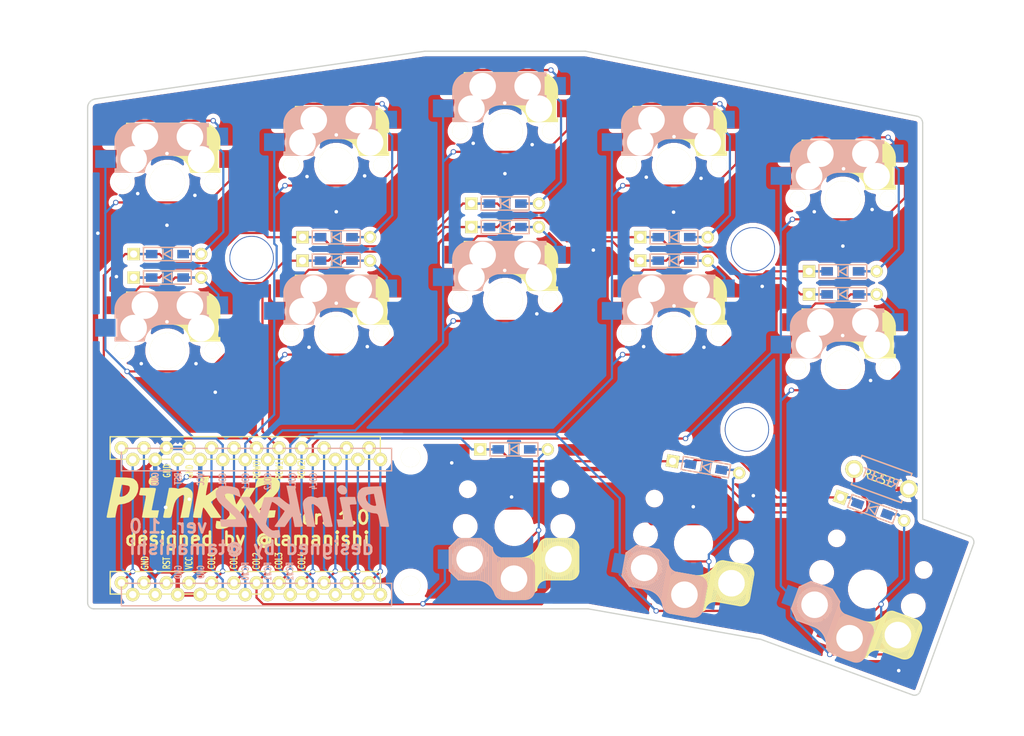
<source format=kicad_pcb>
(kicad_pcb (version 20171130) (host pcbnew "(5.1.4-0-10_14)")
  (title_block (title Pinky2) (date 2019-10-09) (rev 1.0) (company @tamanishi))
  (layers (0 F.Cu signal) (31 B.Cu signal) (34 B.Paste user) (35 F.Paste user) (36 B.SilkS user) (37 F.SilkS user) (38 B.Mask user) (39 F.Mask user) (44 Edge.Cuts user))
  (net 0 "")
  (net 1 "Net-(D4-Pad2)")
  (net 2 "Net-(D5-Pad2)")
  (net 3 row0)
  (net 4 row1)
  (net 5 "Net-(D6-Pad2)")
  (net 6 row2)
  (net 7 "Net-(D7-Pad2)")
  (net 8 "Net-(D8-Pad2)")
  (net 9 "Net-(D9-Pad2)")
  (net 10 VCC)
  (net 11 GND)
  (net 12 reset)
  (net 13 col0)
  (net 14 "Net-(D1-Pad2)")
  (net 15 "Net-(D2-Pad2)")
  (net 16 "Net-(D3-Pad2)")
  (net 17 col1)
  (net 18 col2)
  (net 19 col3)
  (net 20 "Net-(U1-Pad24)")
  (net 21 "Net-(U1-Pad13)")
  (net 22 "Net-(U1-Pad12)")
  (net 23 "Net-(U1-Pad1)")
  (net 24 "Net-(U1-Pad15)")
  (net 25 "Net-(U1-Pad14)")
  (net 26 "Net-(U1-Pad2)")
  (net 27 "Net-(D10-Pad2)")
  (net 28 "Net-(U1-Pad11)")
  (net 29 "Net-(U1-Pad10)")
  (net 30 "Net-(U1-Pad6)")
  (net 31 "Net-(U1-Pad5)")
  (net 32 "Net-(D11-Pad2)")
  (net 33 "Net-(D12-Pad2)")
  (net 34 "Net-(D13-Pad2)")
  (net 35 col4)
  (module lib:ProMicro_v2 (layer F.Cu) (at 78.34 125.8 90)
    (fp_text reference U1 hide)
    (fp_text value ProMicro hide)
    (fp_text user COL3 (at -5.09 3.27 90) (layer F.SilkS) (effects (font (size 0.75 0.5) (thickness 0.125))))
    (fp_text user COL2 (at -5.11 0.75 90) (layer F.SilkS) (effects (font (size 0.75 0.5) (thickness 0.125))))
    (fp_text user COL1 (at -5.08 -1.79 90) (layer F.SilkS) (effects (font (size 0.75 0.5) (thickness 0.125))))
    (fp_text user COL0 (at -5.09 -4.3 90) (layer F.SilkS) (effects (font (size 0.75 0.5) (thickness 0.125))))
    (fp_text user ROW2 (at 5.19 5.84 90) (layer F.SilkS) (effects (font (size 0.75 0.5) (thickness 0.125))))
    (fp_text user ROW1 (at 5.16 3.35 90) (layer F.SilkS) (effects (font (size 0.75 0.5) (thickness 0.125))))
    (fp_text user ROW0 (at 5.14 0.81 90) (layer F.SilkS) (effects (font (size 0.75 0.5) (thickness 0.125))))
    (fp_text user VCC (at -5.32 -6.85 90) (layer F.SilkS) (effects (font (size 0.75 0.5) (thickness 0.125))))
    (fp_text user RST (at -5.34 -9.38 90) (layer F.SilkS) (effects (font (size 0.75 0.5) (thickness 0.125))))
    (fp_text user GND (at -5.32 -11.82 90) (layer F.SilkS) (effects (font (size 0.75 0.5) (thickness 0.125))))
    (fp_text user GND (at 4.1275 -10.668 90) (layer B.SilkS) (effects (font (size 0.75 0.5) (thickness 0.125)) (justify mirror)))
    (fp_text user RST (at 4.191 -8.0645 90) (layer B.SilkS) (effects (font (size 0.75 0.5) (thickness 0.125)) (justify mirror)))
    (fp_text user GND (at -6.35 -8.0645 90) (layer B.SilkS) (effects (font (size 0.75 0.5) (thickness 0.125)) (justify mirror)))
    (fp_text user VCC (at 4.1275 -5.5245 90) (layer B.SilkS) (effects (font (size 0.75 0.5) (thickness 0.125)) (justify mirror)))
    (fp_text user GND (at -6.35 -5.5245 90) (layer B.SilkS) (effects (font (size 0.75 0.5) (thickness 0.125)) (justify mirror)))
    (fp_text user COL2 (at 3.88 2.05 90) (layer B.SilkS) (effects (font (size 0.75 0.5) (thickness 0.125)) (justify mirror)))
    (fp_text user COL1 (at 3.88 -0.461 90) (layer B.SilkS) (effects (font (size 0.75 0.5) (thickness 0.125)) (justify mirror)))
    (fp_text user COL0 (at 3.88 -3.0645 90) (layer B.SilkS) (effects (font (size 0.75 0.5) (thickness 0.125)) (justify mirror)))
    (fp_text user COL3 (at 3.9 4.79 90) (layer B.SilkS) (effects (font (size 0.75 0.5) (thickness 0.125)) (justify mirror)))
    (fp_text user ROW0 (at -6.27 -0.4945 90) (layer B.SilkS) (effects (font (size 0.75 0.5) (thickness 0.125)) (justify mirror)))
    (fp_text user ROW1 (at -6.27 2.0455 90) (layer B.SilkS) (effects (font (size 0.75 0.5) (thickness 0.125)) (justify mirror)))
    (fp_text user ROW2 (at -6.27 4.522 90) (layer B.SilkS) (effects (font (size 0.75 0.5) (thickness 0.125)) (justify mirror)))
    (fp_text user GND (at 5.011 -6.7945 90) (layer F.SilkS) (effects (font (size 0.75 0.5) (thickness 0.125))))
    (fp_text user VCC (at 4.1275 -5.5245 90) (layer B.SilkS) (effects (font (size 0.75 0.5) (thickness 0.125)) (justify mirror)))
    (fp_text user GND (at 5.0745 -9.3345 90) (layer F.SilkS) (effects (font (size 0.75 0.5) (thickness 0.125))))
    (fp_text user RST (at 4.191 -8.0645 90) (layer B.SilkS) (effects (font (size 0.75 0.5) (thickness 0.125)) (justify mirror)))
    (fp_text user GND (at 4.1275 -10.668 90) (layer B.SilkS) (effects (font (size 0.75 0.5) (thickness 0.125)) (justify mirror)))
    (fp_text user "" (at -1.2065 -16.256 90) (layer B.SilkS) (effects (justify mirror)))
    (fp_text user "" (at -1.2065 -16.256 90) (layer B.SilkS) (effects (justify mirror)))
    (fp_text user COL4 (at -5.07 5.87 90) (layer F.SilkS) (effects (font (size 0.75 0.5) (thickness 0.125))))
    (fp_text user COL4 (at 3.91 7.19 90) (layer B.SilkS) (effects (font (size 0.75 0.5) (thickness 0.125)) (justify mirror)))
    (pad 24 thru_hole circle (at -7.5636 -14.478 90) (size 1.524 1.524) (drill 0.8128) (layers *.Cu *.Mask F.SilkS) (net 20 "Net-(U1-Pad24)"))
    (pad 23 thru_hole circle (at -7.5636 -11.938 90) (size 1.524 1.524) (drill 0.8128) (layers *.Cu *.Mask F.SilkS) (net 11 GND))
    (pad 22 thru_hole circle (at -7.5636 -9.398 90) (size 1.524 1.524) (drill 0.8128) (layers *.Cu *.Mask F.SilkS) (net 12 reset))
    (pad 21 thru_hole circle (at -7.5636 -6.858 90) (size 1.524 1.524) (drill 0.8128) (layers *.Cu *.Mask F.SilkS) (net 10 VCC))
    (pad 20 thru_hole circle (at -7.5636 -4.318 90) (size 1.524 1.524) (drill 0.8128) (layers *.Cu *.Mask F.SilkS) (net 13 col0))
    (pad 19 thru_hole circle (at -7.5636 -1.778 90) (size 1.524 1.524) (drill 0.8128) (layers *.Cu *.Mask F.SilkS) (net 17 col1))
    (pad 18 thru_hole circle (at -7.5636 0.762 90) (size 1.524 1.524) (drill 0.8128) (layers *.Cu *.Mask F.SilkS) (net 18 col2))
    (pad 17 thru_hole circle (at -7.5636 3.302 90) (size 1.524 1.524) (drill 0.8128) (layers *.Cu *.Mask F.SilkS) (net 19 col3))
    (pad 16 thru_hole circle (at -7.5636 5.842 90) (size 1.524 1.524) (drill 0.8128) (layers *.Cu *.Mask F.SilkS) (net 35 col4))
    (pad 15 thru_hole circle (at -7.5636 8.382 90) (size 1.524 1.524) (drill 0.8128) (layers *.Cu *.Mask F.SilkS) (net 24 "Net-(U1-Pad15)"))
    (pad 14 thru_hole circle (at -7.5636 10.922 90) (size 1.524 1.524) (drill 0.8128) (layers *.Cu *.Mask F.SilkS) (net 25 "Net-(U1-Pad14)"))
    (pad 13 thru_hole circle (at -7.5636 13.462 90) (size 1.524 1.524) (drill 0.8128) (layers *.Cu *.Mask F.SilkS) (net 21 "Net-(U1-Pad13)"))
    (pad 12 thru_hole circle (at 7.6564 13.462 90) (size 1.524 1.524) (drill 0.8128) (layers *.Cu *.Mask F.SilkS) (net 22 "Net-(U1-Pad12)"))
    (pad 11 thru_hole circle (at 7.6564 10.922 90) (size 1.524 1.524) (drill 0.8128) (layers *.Cu *.Mask F.SilkS) (net 28 "Net-(U1-Pad11)"))
    (pad 10 thru_hole circle (at 7.6564 8.382 90) (size 1.524 1.524) (drill 0.8128) (layers *.Cu *.Mask F.SilkS) (net 29 "Net-(U1-Pad10)"))
    (pad 9 thru_hole circle (at 7.6564 5.842 90) (size 1.524 1.524) (drill 0.8128) (layers *.Cu *.Mask F.SilkS) (net 6 row2))
    (pad 8 thru_hole circle (at 7.6564 3.302 90) (size 1.524 1.524) (drill 0.8128) (layers *.Cu *.Mask F.SilkS) (net 4 row1))
    (pad 7 thru_hole circle (at 7.6564 0.762 90) (size 1.524 1.524) (drill 0.8128) (layers *.Cu *.Mask F.SilkS) (net 3 row0))
    (pad 6 thru_hole circle (at 7.6564 -1.778 90) (size 1.524 1.524) (drill 0.8128) (layers *.Cu *.Mask F.SilkS) (net 30 "Net-(U1-Pad6)"))
    (pad 5 thru_hole circle (at 7.6564 -4.318 90) (size 1.524 1.524) (drill 0.8128) (layers *.Cu *.Mask F.SilkS) (net 31 "Net-(U1-Pad5)"))
    (pad 4 thru_hole circle (at 7.6564 -6.858 90) (size 1.524 1.524) (drill 0.8128) (layers *.Cu *.Mask F.SilkS) (net 11 GND))
    (pad 3 thru_hole circle (at 7.6564 -9.398 90) (size 1.524 1.524) (drill 0.8128) (layers *.Cu *.Mask F.SilkS) (net 11 GND))
    (pad 2 thru_hole circle (at 7.6564 -11.938 90) (size 1.524 1.524) (drill 0.8128) (layers *.Cu *.Mask F.SilkS) (net 26 "Net-(U1-Pad2)"))
    (pad 1 thru_hole circle (at 7.6564 -14.478 90) (size 1.524 1.524) (drill 0.8128) (layers *.Cu *.Mask F.SilkS) (net 23 "Net-(U1-Pad1)"))
    (pad 1 thru_hole circle (at -8.89 -13.208 90) (size 1.524 1.524) (drill 0.8128) (layers *.Cu *.Mask F.SilkS) (net 23 "Net-(U1-Pad1)"))
    (pad 2 thru_hole circle (at -8.89 -10.668 90) (size 1.524 1.524) (drill 0.8128) (layers *.Cu *.Mask F.SilkS) (net 26 "Net-(U1-Pad2)"))
    (pad 3 thru_hole circle (at -8.89 -8.128 90) (size 1.524 1.524) (drill 0.8128) (layers *.Cu *.Mask F.SilkS) (net 11 GND))
    (pad 4 thru_hole circle (at -8.89 -5.588 90) (size 1.524 1.524) (drill 0.8128) (layers *.Cu *.Mask F.SilkS) (net 11 GND))
    (pad 5 thru_hole circle (at -8.89 -3.048 90) (size 1.524 1.524) (drill 0.8128) (layers *.Cu *.Mask F.SilkS) (net 31 "Net-(U1-Pad5)"))
    (pad 6 thru_hole circle (at -8.89 -0.508 90) (size 1.524 1.524) (drill 0.8128) (layers *.Cu *.Mask F.SilkS) (net 30 "Net-(U1-Pad6)"))
    (pad 7 thru_hole circle (at -8.89 2.032 90) (size 1.524 1.524) (drill 0.8128) (layers *.Cu *.Mask F.SilkS) (net 3 row0))
    (pad 8 thru_hole circle (at -8.89 4.572 90) (size 1.524 1.524) (drill 0.8128) (layers *.Cu *.Mask F.SilkS) (net 4 row1))
    (pad 9 thru_hole circle (at -8.89 7.112 90) (size 1.524 1.524) (drill 0.8128) (layers *.Cu *.Mask F.SilkS) (net 6 row2))
    (pad 10 thru_hole circle (at -8.89 9.652 90) (size 1.524 1.524) (drill 0.8128) (layers *.Cu *.Mask F.SilkS) (net 29 "Net-(U1-Pad10)"))
    (pad 11 thru_hole circle (at -8.89 12.192 90) (size 1.524 1.524) (drill 0.8128) (layers *.Cu *.Mask F.SilkS) (net 28 "Net-(U1-Pad11)"))
    (pad 12 thru_hole circle (at -8.89 14.732 90) (size 1.524 1.524) (drill 0.8128) (layers *.Cu *.Mask F.SilkS) (net 22 "Net-(U1-Pad12)"))
    (pad 13 thru_hole circle (at 6.35 14.732 90) (size 1.524 1.524) (drill 0.8128) (layers *.Cu *.Mask F.SilkS) (net 21 "Net-(U1-Pad13)"))
    (pad 14 thru_hole circle (at 6.35 12.192 90) (size 1.524 1.524) (drill 0.8128) (layers *.Cu *.Mask F.SilkS) (net 25 "Net-(U1-Pad14)"))
    (pad 15 thru_hole circle (at 6.35 9.652 90) (size 1.524 1.524) (drill 0.8128) (layers *.Cu *.Mask F.SilkS) (net 24 "Net-(U1-Pad15)"))
    (pad 16 thru_hole circle (at 6.35 7.112 90) (size 1.524 1.524) (drill 0.8128) (layers *.Cu *.Mask F.SilkS) (net 35 col4))
    (pad 17 thru_hole circle (at 6.35 4.572 90) (size 1.524 1.524) (drill 0.8128) (layers *.Cu *.Mask F.SilkS) (net 19 col3))
    (pad 18 thru_hole circle (at 6.35 2.032 90) (size 1.524 1.524) (drill 0.8128) (layers *.Cu *.Mask F.SilkS) (net 18 col2))
    (pad 19 thru_hole circle (at 6.35 -0.508 90) (size 1.524 1.524) (drill 0.8128) (layers *.Cu *.Mask F.SilkS) (net 17 col1))
    (pad 20 thru_hole circle (at 6.35 -3.048 90) (size 1.524 1.524) (drill 0.8128) (layers *.Cu *.Mask F.SilkS) (net 13 col0))
    (pad 21 thru_hole circle (at 6.35 -5.588 90) (size 1.524 1.524) (drill 0.8128) (layers *.Cu *.Mask F.SilkS) (net 10 VCC))
    (pad 22 thru_hole circle (at 6.35 -8.128 90) (size 1.524 1.524) (drill 0.8128) (layers *.Cu *.Mask F.SilkS) (net 12 reset))
    (pad 23 thru_hole circle (at 6.35 -10.668 90) (size 1.524 1.524) (drill 0.8128) (layers *.Cu *.Mask F.SilkS) (net 11 GND))
    (pad 24 thru_hole circle (at 6.35 -13.208 90) (size 1.524 1.524) (drill 0.8128) (layers *.Cu *.Mask F.SilkS) (net 20 "Net-(U1-Pad24)"))
  )
  (module lib:Pinky2-logo (layer B.Cu) (at 84.625 125.225 180)
    (fp_text reference G*** hide)
    (fp_text value LOGO hide)
  )
  (module lib:Pinky2-logo (layer F.Cu) (at 71.625 124.2)
    (fp_text reference G*** hide)
    (fp_text value LOGO hide)
  )
  (module kbd:CherryMX_Hotswap (layer F.Cu) (at 126.2 86.195)
    (fp_text reference SW9 hide)
    (fp_text value SW_PUSH hide)
    (pad 2 smd rect (at 5.7 -5.12 180) (size 2.3 2) (layers B.Cu B.Paste B.Mask) (net 8 "Net-(D8-Pad2)"))
    (pad "" np_thru_hole circle (at -5.08 0) (size 1.8 1.8) (drill 1.8) (layers *.Cu *.Mask F.SilkS))
    (pad "" np_thru_hole circle (at 5.08 0) (size 1.8 1.8) (drill 1.8) (layers *.Cu *.Mask F.SilkS))
    (pad "" np_thru_hole circle (at 0 0 90) (size 4 4) (drill 4) (layers *.Cu *.Mask F.SilkS))
    (pad "" np_thru_hole circle (at 2.54 -5.08 180) (size 3 3) (drill 3) (layers *.Cu *.Mask))
    (pad "" np_thru_hole circle (at 3.81 -2.540001 180) (size 3 3) (drill 3) (layers *.Cu *.Mask))
    (pad "" np_thru_hole circle (at -2.54 -5.08 180) (size 3 3) (drill 3) (layers *.Cu *.Mask))
    (pad "" np_thru_hole circle (at -3.81 -2.54 180) (size 3 3) (drill 3) (layers *.Cu *.Mask))
    (pad 2 smd rect (at -5.7 -5.12 180) (size 2.3 2) (layers F.Cu F.Paste F.Mask) (net 8 "Net-(D8-Pad2)"))
    (pad 1 smd rect (at 7 -2.58 180) (size 2.3 2) (layers F.Cu F.Paste F.Mask) (net 19 col3))
    (pad 1 smd rect (at -7 -2.58 180) (size 2.3 2) (layers B.Cu B.Paste B.Mask) (net 19 col3))
  )
  (module kbd:HOLE (layer F.Cu) (at 134.425 116.05)
    (fp_text reference Ref**)
    (fp_text value Val**)
    (pad "" np_thru_hole circle (at 0 0) (size 5 5) (drill 4.8) (layers *.Cu *.Mask))
  )
  (module kbd:CherryMX_Hotswap (layer F.Cu) (at 69.05 107.15)
    (fp_text reference SW3 hide)
    (fp_text value SW_PUSH hide)
    (pad 2 smd rect (at 5.7 -5.12 180) (size 2.3 2) (layers B.Cu B.Paste B.Mask) (net 15 "Net-(D2-Pad2)"))
    (pad "" np_thru_hole circle (at -5.08 0) (size 1.8 1.8) (drill 1.8) (layers *.Cu *.Mask F.SilkS))
    (pad "" np_thru_hole circle (at 5.08 0) (size 1.8 1.8) (drill 1.8) (layers *.Cu *.Mask F.SilkS))
    (pad "" np_thru_hole circle (at 0 0 90) (size 4 4) (drill 4) (layers *.Cu *.Mask F.SilkS))
    (pad "" np_thru_hole circle (at 2.54 -5.08 180) (size 3 3) (drill 3) (layers *.Cu *.Mask))
    (pad "" np_thru_hole circle (at 3.81 -2.540001 180) (size 3 3) (drill 3) (layers *.Cu *.Mask))
    (pad "" np_thru_hole circle (at -2.54 -5.08 180) (size 3 3) (drill 3) (layers *.Cu *.Mask))
    (pad "" np_thru_hole circle (at -3.81 -2.54 180) (size 3 3) (drill 3) (layers *.Cu *.Mask))
    (pad 2 smd rect (at -5.7 -5.12 180) (size 2.3 2) (layers F.Cu F.Paste F.Mask) (net 15 "Net-(D2-Pad2)"))
    (pad 1 smd rect (at 7 -2.58 180) (size 2.3 2) (layers F.Cu F.Paste F.Mask) (net 13 col0))
    (pad 1 smd rect (at -7 -2.58 180) (size 2.3 2) (layers B.Cu B.Paste B.Mask) (net 13 col0))
  )
  (module kbd:D3_TH_SMD (layer F.Cu) (at 126.2 97)
    (fp_text reference D9 hide)
    (fp_text value D hide)
    (pad 2 smd rect (at 1.775 0) (size 1.3 0.95) (layers F.Cu F.Paste F.Mask) (net 9 "Net-(D9-Pad2)"))
    (pad 2 thru_hole circle (at 3.81 0) (size 1.397 1.397) (drill 0.8128) (layers *.Cu *.Mask F.SilkS) (net 9 "Net-(D9-Pad2)"))
    (pad 1 thru_hole rect (at -3.81 0) (size 1.397 1.397) (drill 0.8128) (layers *.Cu *.Mask F.SilkS) (net 4 row1))
    (pad 1 smd rect (at -1.775 0) (size 1.3 0.95) (layers B.Cu B.Paste B.Mask) (net 4 row1))
    (pad 2 smd rect (at 1.775 0) (size 1.3 0.95) (layers B.Cu B.Paste B.Mask) (net 9 "Net-(D9-Pad2)"))
    (pad 1 smd rect (at -1.775 0) (size 1.3 0.95) (layers F.Cu F.Paste F.Mask) (net 4 row1))
  )
  (module kbd:D3_TH_SMD (layer F.Cu) (at 126.2 94.35)
    (fp_text reference D8 hide)
    (fp_text value D hide)
    (pad 2 smd rect (at 1.775 0) (size 1.3 0.95) (layers F.Cu F.Paste F.Mask) (net 8 "Net-(D8-Pad2)"))
    (pad 2 thru_hole circle (at 3.81 0) (size 1.397 1.397) (drill 0.8128) (layers *.Cu *.Mask F.SilkS) (net 8 "Net-(D8-Pad2)"))
    (pad 1 thru_hole rect (at -3.81 0) (size 1.397 1.397) (drill 0.8128) (layers *.Cu *.Mask F.SilkS) (net 3 row0))
    (pad 1 smd rect (at -1.775 0) (size 1.3 0.95) (layers B.Cu B.Paste B.Mask) (net 3 row0))
    (pad 2 smd rect (at 1.775 0) (size 1.3 0.95) (layers B.Cu B.Paste B.Mask) (net 8 "Net-(D8-Pad2)"))
    (pad 1 smd rect (at -1.775 0) (size 1.3 0.95) (layers F.Cu F.Paste F.Mask) (net 3 row0))
  )
  (module kbd:D3_TH_SMD (layer F.Cu) (at 107.15 93.2)
    (fp_text reference D6 hide)
    (fp_text value D hide)
    (pad 2 smd rect (at 1.775 0) (size 1.3 0.95) (layers F.Cu F.Paste F.Mask) (net 5 "Net-(D6-Pad2)"))
    (pad 2 thru_hole circle (at 3.81 0) (size 1.397 1.397) (drill 0.8128) (layers *.Cu *.Mask F.SilkS) (net 5 "Net-(D6-Pad2)"))
    (pad 1 thru_hole rect (at -3.81 0) (size 1.397 1.397) (drill 0.8128) (layers *.Cu *.Mask F.SilkS) (net 4 row1))
    (pad 1 smd rect (at -1.775 0) (size 1.3 0.95) (layers B.Cu B.Paste B.Mask) (net 4 row1))
    (pad 2 smd rect (at 1.775 0) (size 1.3 0.95) (layers B.Cu B.Paste B.Mask) (net 5 "Net-(D6-Pad2)"))
    (pad 1 smd rect (at -1.775 0) (size 1.3 0.95) (layers F.Cu F.Paste F.Mask) (net 4 row1))
  )
  (module kbd:D3_TH_SMD (layer F.Cu) (at 107.15 90.55)
    (fp_text reference D5 hide)
    (fp_text value D hide)
    (pad 2 smd rect (at 1.775 0) (size 1.3 0.95) (layers F.Cu F.Paste F.Mask) (net 2 "Net-(D5-Pad2)"))
    (pad 2 thru_hole circle (at 3.81 0) (size 1.397 1.397) (drill 0.8128) (layers *.Cu *.Mask F.SilkS) (net 2 "Net-(D5-Pad2)"))
    (pad 1 thru_hole rect (at -3.81 0) (size 1.397 1.397) (drill 0.8128) (layers *.Cu *.Mask F.SilkS) (net 3 row0))
    (pad 1 smd rect (at -1.775 0) (size 1.3 0.95) (layers B.Cu B.Paste B.Mask) (net 3 row0))
    (pad 2 smd rect (at 1.775 0) (size 1.3 0.95) (layers B.Cu B.Paste B.Mask) (net 2 "Net-(D5-Pad2)"))
    (pad 1 smd rect (at -1.775 0) (size 1.3 0.95) (layers F.Cu F.Paste F.Mask) (net 3 row0))
  )
  (module kbd:D3_TH_SMD (layer F.Cu) (at 88.1 94.35)
    (fp_text reference D3 hide)
    (fp_text value D hide)
    (pad 2 smd rect (at 1.775 0) (size 1.3 0.95) (layers F.Cu F.Paste F.Mask) (net 16 "Net-(D3-Pad2)"))
    (pad 2 thru_hole circle (at 3.81 0) (size 1.397 1.397) (drill 0.8128) (layers *.Cu *.Mask F.SilkS) (net 16 "Net-(D3-Pad2)"))
    (pad 1 thru_hole rect (at -3.81 0) (size 1.397 1.397) (drill 0.8128) (layers *.Cu *.Mask F.SilkS) (net 3 row0))
    (pad 1 smd rect (at -1.775 0) (size 1.3 0.95) (layers B.Cu B.Paste B.Mask) (net 3 row0))
    (pad 2 smd rect (at 1.775 0) (size 1.3 0.95) (layers B.Cu B.Paste B.Mask) (net 16 "Net-(D3-Pad2)"))
    (pad 1 smd rect (at -1.775 0) (size 1.3 0.95) (layers F.Cu F.Paste F.Mask) (net 3 row0))
  )
  (module kbd:D3_TH_SMD (layer F.Cu) (at 69.05 98.9)
    (fp_text reference D2 hide)
    (fp_text value D hide)
    (pad 2 smd rect (at 1.775 0) (size 1.3 0.95) (layers F.Cu F.Paste F.Mask) (net 15 "Net-(D2-Pad2)"))
    (pad 2 thru_hole circle (at 3.81 0) (size 1.397 1.397) (drill 0.8128) (layers *.Cu *.Mask F.SilkS) (net 15 "Net-(D2-Pad2)"))
    (pad 1 thru_hole rect (at -3.81 0) (size 1.397 1.397) (drill 0.8128) (layers *.Cu *.Mask F.SilkS) (net 4 row1))
    (pad 1 smd rect (at -1.775 0) (size 1.3 0.95) (layers B.Cu B.Paste B.Mask) (net 4 row1))
    (pad 2 smd rect (at 1.775 0) (size 1.3 0.95) (layers B.Cu B.Paste B.Mask) (net 15 "Net-(D2-Pad2)"))
    (pad 1 smd rect (at -1.775 0) (size 1.3 0.95) (layers F.Cu F.Paste F.Mask) (net 4 row1))
  )
  (module kbd:D3_TH_SMD (layer F.Cu) (at 69.05 96.25)
    (fp_text reference D1 hide)
    (fp_text value D hide)
    (pad 2 smd rect (at 1.775 0) (size 1.3 0.95) (layers F.Cu F.Paste F.Mask) (net 14 "Net-(D1-Pad2)"))
    (pad 2 thru_hole circle (at 3.81 0) (size 1.397 1.397) (drill 0.8128) (layers *.Cu *.Mask F.SilkS) (net 14 "Net-(D1-Pad2)"))
    (pad 1 thru_hole rect (at -3.81 0) (size 1.397 1.397) (drill 0.8128) (layers *.Cu *.Mask F.SilkS) (net 3 row0))
    (pad 1 smd rect (at -1.775 0) (size 1.3 0.95) (layers B.Cu B.Paste B.Mask) (net 3 row0))
    (pad 2 smd rect (at 1.775 0) (size 1.3 0.95) (layers B.Cu B.Paste B.Mask) (net 14 "Net-(D1-Pad2)"))
    (pad 1 smd rect (at -1.775 0) (size 1.3 0.95) (layers F.Cu F.Paste F.Mask) (net 3 row0))
  )
  (module kbd:D3_TH_SMD (layer F.Cu) (at 88.1 97)
    (fp_text reference D4 hide)
    (fp_text value D hide)
    (pad 2 smd rect (at 1.775 0) (size 1.3 0.95) (layers F.Cu F.Paste F.Mask) (net 1 "Net-(D4-Pad2)"))
    (pad 2 thru_hole circle (at 3.81 0) (size 1.397 1.397) (drill 0.8128) (layers *.Cu *.Mask F.SilkS) (net 1 "Net-(D4-Pad2)"))
    (pad 1 thru_hole rect (at -3.81 0) (size 1.397 1.397) (drill 0.8128) (layers *.Cu *.Mask F.SilkS) (net 4 row1))
    (pad 1 smd rect (at -1.775 0) (size 1.3 0.95) (layers B.Cu B.Paste B.Mask) (net 4 row1))
    (pad 2 smd rect (at 1.775 0) (size 1.3 0.95) (layers B.Cu B.Paste B.Mask) (net 1 "Net-(D4-Pad2)"))
    (pad 1 smd rect (at -1.775 0) (size 1.3 0.95) (layers F.Cu F.Paste F.Mask) (net 4 row1))
  )
  (module kbd:HOLE (layer F.Cu) (at 78.55 96.7)
    (fp_text reference Ref**)
    (fp_text value Val**)
    (pad "" np_thru_hole circle (at 0 0) (size 5 5) (drill 4.8) (layers *.Cu *.Mask))
  )
  (module kbd:HOLE_M2 (layer F.Cu) (at 96.48 119.2)
    (fp_text reference HOLE_M2 hide)
    (fp_text value VAL** hide)
    (pad "" np_thru_hole circle (at 0 0) (size 2.2 2.2) (drill 2.2) (layers *.Cu *.Mask F.SilkS) (clearance 0.85))
  )
  (module kbd:HOLE_M2 (layer F.Cu) (at 96.48 133.7)
    (fp_text reference HOLE_M2 hide)
    (fp_text value VAL** hide)
    (pad "" np_thru_hole circle (at 0 0) (size 2.2 2.2) (drill 2.2) (layers *.Cu *.Mask F.SilkS) (clearance 0.85))
  )
  (module kbd:ResetSW (layer F.Cu) (at 149.625 121.65 160)
    (fp_text reference SW1 hide)
    (fp_text value RESET_SW)
    (fp_text user RESET (at 0.127 0 340) (layer B.SilkS) (effects (justify mirror)))
    (fp_text user RESET (at 0 0 160) (layer F.SilkS))
    (pad 1 thru_hole circle (at 3.3 0 160) (size 2 2) (drill 1.3) (layers *.Cu *.Mask F.SilkS) (net 12 reset))
    (pad 2 thru_hole circle (at -3.25 0 160) (size 2 2) (drill 1.3) (layers *.Cu *.Mask F.SilkS) (net 11 GND))
  )
  (module kbd:HOLE (layer F.Cu) (at 135.1 95.725)
    (fp_text reference Ref**)
    (fp_text value Val**)
    (pad "" np_thru_hole circle (at 0 0) (size 5 5) (drill 4.8) (layers *.Cu *.Mask))
  )
  (module kbd:CherryMX_Hotswap (layer F.Cu) (at 69.05 88.1)
    (fp_text reference SW2 hide)
    (fp_text value SW_PUSH hide)
    (pad 1 smd rect (at -7 -2.58 180) (size 2.3 2) (layers B.Cu B.Paste B.Mask) (net 13 col0))
    (pad 1 smd rect (at 7 -2.58 180) (size 2.3 2) (layers F.Cu F.Paste F.Mask) (net 13 col0))
    (pad 2 smd rect (at -5.7 -5.12 180) (size 2.3 2) (layers F.Cu F.Paste F.Mask) (net 14 "Net-(D1-Pad2)"))
    (pad "" np_thru_hole circle (at -3.81 -2.54 180) (size 3 3) (drill 3) (layers *.Cu *.Mask))
    (pad "" np_thru_hole circle (at -2.54 -5.08 180) (size 3 3) (drill 3) (layers *.Cu *.Mask))
    (pad "" np_thru_hole circle (at 3.81 -2.540001 180) (size 3 3) (drill 3) (layers *.Cu *.Mask))
    (pad "" np_thru_hole circle (at 2.54 -5.08 180) (size 3 3) (drill 3) (layers *.Cu *.Mask))
    (pad "" np_thru_hole circle (at 0 0 90) (size 4 4) (drill 4) (layers *.Cu *.Mask F.SilkS))
    (pad "" np_thru_hole circle (at 5.08 0) (size 1.8 1.8) (drill 1.8) (layers *.Cu *.Mask F.SilkS))
    (pad "" np_thru_hole circle (at -5.08 0) (size 1.8 1.8) (drill 1.8) (layers *.Cu *.Mask F.SilkS))
    (pad 2 smd rect (at 5.7 -5.12 180) (size 2.3 2) (layers B.Cu B.Paste B.Mask) (net 14 "Net-(D1-Pad2)"))
  )
  (module kbd:CherryMX_Hotswap (layer F.Cu) (at 88.1 86.195)
    (fp_text reference SW4 hide)
    (fp_text value SW_PUSH hide)
    (pad 1 smd rect (at -7 -2.58 180) (size 2.3 2) (layers B.Cu B.Paste B.Mask) (net 17 col1))
    (pad 1 smd rect (at 7 -2.58 180) (size 2.3 2) (layers F.Cu F.Paste F.Mask) (net 17 col1))
    (pad 2 smd rect (at -5.7 -5.12 180) (size 2.3 2) (layers F.Cu F.Paste F.Mask) (net 16 "Net-(D3-Pad2)"))
    (pad "" np_thru_hole circle (at -3.81 -2.54 180) (size 3 3) (drill 3) (layers *.Cu *.Mask))
    (pad "" np_thru_hole circle (at -2.54 -5.08 180) (size 3 3) (drill 3) (layers *.Cu *.Mask))
    (pad "" np_thru_hole circle (at 3.81 -2.540001 180) (size 3 3) (drill 3) (layers *.Cu *.Mask))
    (pad "" np_thru_hole circle (at 2.54 -5.08 180) (size 3 3) (drill 3) (layers *.Cu *.Mask))
    (pad "" np_thru_hole circle (at 0 0 90) (size 4 4) (drill 4) (layers *.Cu *.Mask F.SilkS))
    (pad "" np_thru_hole circle (at 5.08 0) (size 1.8 1.8) (drill 1.8) (layers *.Cu *.Mask F.SilkS))
    (pad "" np_thru_hole circle (at -5.08 0) (size 1.8 1.8) (drill 1.8) (layers *.Cu *.Mask F.SilkS))
    (pad 2 smd rect (at 5.7 -5.12 180) (size 2.3 2) (layers B.Cu B.Paste B.Mask) (net 16 "Net-(D3-Pad2)"))
  )
  (module kbd:CherryMX_Hotswap (layer F.Cu) (at 88.1 105.245)
    (fp_text reference SW5 hide)
    (fp_text value SW_PUSH hide)
    (pad 1 smd rect (at -7 -2.58 180) (size 2.3 2) (layers B.Cu B.Paste B.Mask) (net 17 col1))
    (pad 1 smd rect (at 7 -2.58 180) (size 2.3 2) (layers F.Cu F.Paste F.Mask) (net 17 col1))
    (pad 2 smd rect (at -5.7 -5.12 180) (size 2.3 2) (layers F.Cu F.Paste F.Mask) (net 1 "Net-(D4-Pad2)"))
    (pad "" np_thru_hole circle (at -3.81 -2.54 180) (size 3 3) (drill 3) (layers *.Cu *.Mask))
    (pad "" np_thru_hole circle (at -2.54 -5.08 180) (size 3 3) (drill 3) (layers *.Cu *.Mask))
    (pad "" np_thru_hole circle (at 3.81 -2.540001 180) (size 3 3) (drill 3) (layers *.Cu *.Mask))
    (pad "" np_thru_hole circle (at 2.54 -5.08 180) (size 3 3) (drill 3) (layers *.Cu *.Mask))
    (pad "" np_thru_hole circle (at 0 0 90) (size 4 4) (drill 4) (layers *.Cu *.Mask F.SilkS))
    (pad "" np_thru_hole circle (at 5.08 0) (size 1.8 1.8) (drill 1.8) (layers *.Cu *.Mask F.SilkS))
    (pad "" np_thru_hole circle (at -5.08 0) (size 1.8 1.8) (drill 1.8) (layers *.Cu *.Mask F.SilkS))
    (pad 2 smd rect (at 5.7 -5.12 180) (size 2.3 2) (layers B.Cu B.Paste B.Mask) (net 1 "Net-(D4-Pad2)"))
  )
  (module kbd:CherryMX_Hotswap (layer F.Cu) (at 107.15 82.385)
    (fp_text reference SW6 hide)
    (fp_text value SW_PUSH hide)
    (pad 2 smd rect (at 5.7 -5.12 180) (size 2.3 2) (layers B.Cu B.Paste B.Mask) (net 2 "Net-(D5-Pad2)"))
    (pad "" np_thru_hole circle (at -5.08 0) (size 1.8 1.8) (drill 1.8) (layers *.Cu *.Mask F.SilkS))
    (pad "" np_thru_hole circle (at 5.08 0) (size 1.8 1.8) (drill 1.8) (layers *.Cu *.Mask F.SilkS))
    (pad "" np_thru_hole circle (at 0 0 90) (size 4 4) (drill 4) (layers *.Cu *.Mask F.SilkS))
    (pad "" np_thru_hole circle (at 2.54 -5.08 180) (size 3 3) (drill 3) (layers *.Cu *.Mask))
    (pad "" np_thru_hole circle (at 3.81 -2.540001 180) (size 3 3) (drill 3) (layers *.Cu *.Mask))
    (pad "" np_thru_hole circle (at -2.54 -5.08 180) (size 3 3) (drill 3) (layers *.Cu *.Mask))
    (pad "" np_thru_hole circle (at -3.81 -2.54 180) (size 3 3) (drill 3) (layers *.Cu *.Mask))
    (pad 2 smd rect (at -5.7 -5.12 180) (size 2.3 2) (layers F.Cu F.Paste F.Mask) (net 2 "Net-(D5-Pad2)"))
    (pad 1 smd rect (at 7 -2.58 180) (size 2.3 2) (layers F.Cu F.Paste F.Mask) (net 18 col2))
    (pad 1 smd rect (at -7 -2.58 180) (size 2.3 2) (layers B.Cu B.Paste B.Mask) (net 18 col2))
  )
  (module kbd:CherryMX_Hotswap (layer F.Cu) (at 107.15 101.435)
    (fp_text reference SW7 hide)
    (fp_text value SW_PUSH hide)
    (pad 2 smd rect (at 5.7 -5.12 180) (size 2.3 2) (layers B.Cu B.Paste B.Mask) (net 5 "Net-(D6-Pad2)"))
    (pad "" np_thru_hole circle (at -5.08 0) (size 1.8 1.8) (drill 1.8) (layers *.Cu *.Mask F.SilkS))
    (pad "" np_thru_hole circle (at 5.08 0) (size 1.8 1.8) (drill 1.8) (layers *.Cu *.Mask F.SilkS))
    (pad "" np_thru_hole circle (at 0 0 90) (size 4 4) (drill 4) (layers *.Cu *.Mask F.SilkS))
    (pad "" np_thru_hole circle (at 2.54 -5.08 180) (size 3 3) (drill 3) (layers *.Cu *.Mask))
    (pad "" np_thru_hole circle (at 3.81 -2.540001 180) (size 3 3) (drill 3) (layers *.Cu *.Mask))
    (pad "" np_thru_hole circle (at -2.54 -5.08 180) (size 3 3) (drill 3) (layers *.Cu *.Mask))
    (pad "" np_thru_hole circle (at -3.81 -2.54 180) (size 3 3) (drill 3) (layers *.Cu *.Mask))
    (pad 2 smd rect (at -5.7 -5.12 180) (size 2.3 2) (layers F.Cu F.Paste F.Mask) (net 5 "Net-(D6-Pad2)"))
    (pad 1 smd rect (at 7 -2.58 180) (size 2.3 2) (layers F.Cu F.Paste F.Mask) (net 18 col2))
    (pad 1 smd rect (at -7 -2.58 180) (size 2.3 2) (layers B.Cu B.Paste B.Mask) (net 18 col2))
  )
  (module kbd:CherryMX_Hotswap (layer F.Cu) (at 126.2 105.245)
    (fp_text reference SW10 hide)
    (fp_text value SW_PUSH hide)
    (pad 1 smd rect (at -7 -2.58 180) (size 2.3 2) (layers B.Cu B.Paste B.Mask) (net 19 col3))
    (pad 1 smd rect (at 7 -2.58 180) (size 2.3 2) (layers F.Cu F.Paste F.Mask) (net 19 col3))
    (pad 2 smd rect (at -5.7 -5.12 180) (size 2.3 2) (layers F.Cu F.Paste F.Mask) (net 9 "Net-(D9-Pad2)"))
    (pad "" np_thru_hole circle (at -3.81 -2.54 180) (size 3 3) (drill 3) (layers *.Cu *.Mask))
    (pad "" np_thru_hole circle (at -2.54 -5.08 180) (size 3 3) (drill 3) (layers *.Cu *.Mask))
    (pad "" np_thru_hole circle (at 3.81 -2.540001 180) (size 3 3) (drill 3) (layers *.Cu *.Mask))
    (pad "" np_thru_hole circle (at 2.54 -5.08 180) (size 3 3) (drill 3) (layers *.Cu *.Mask))
    (pad "" np_thru_hole circle (at 0 0 90) (size 4 4) (drill 4) (layers *.Cu *.Mask F.SilkS))
    (pad "" np_thru_hole circle (at 5.08 0) (size 1.8 1.8) (drill 1.8) (layers *.Cu *.Mask F.SilkS))
    (pad "" np_thru_hole circle (at -5.08 0) (size 1.8 1.8) (drill 1.8) (layers *.Cu *.Mask F.SilkS))
    (pad 2 smd rect (at 5.7 -5.12 180) (size 2.3 2) (layers B.Cu B.Paste B.Mask) (net 9 "Net-(D9-Pad2)"))
  )
  (module kbd:D3_TH_SMD (layer F.Cu) (at 145.25 98.2)
    (fp_text reference D11 hide)
    (fp_text value D hide)
    (pad 1 smd rect (at -1.775 0) (size 1.3 0.95) (layers F.Cu F.Paste F.Mask) (net 3 row0))
    (pad 2 smd rect (at 1.775 0) (size 1.3 0.95) (layers B.Cu B.Paste B.Mask) (net 32 "Net-(D11-Pad2)"))
    (pad 1 smd rect (at -1.775 0) (size 1.3 0.95) (layers B.Cu B.Paste B.Mask) (net 3 row0))
    (pad 1 thru_hole rect (at -3.81 0) (size 1.397 1.397) (drill 0.8128) (layers *.Cu *.Mask F.SilkS) (net 3 row0))
    (pad 2 thru_hole circle (at 3.81 0) (size 1.397 1.397) (drill 0.8128) (layers *.Cu *.Mask F.SilkS) (net 32 "Net-(D11-Pad2)"))
    (pad 2 smd rect (at 1.775 0) (size 1.3 0.95) (layers F.Cu F.Paste F.Mask) (net 32 "Net-(D11-Pad2)"))
  )
  (module kbd:D3_TH_SMD (layer F.Cu) (at 145.25 100.8)
    (fp_text reference D12 hide)
    (fp_text value D hide)
    (pad 2 smd rect (at 1.775 0) (size 1.3 0.95) (layers F.Cu F.Paste F.Mask) (net 33 "Net-(D12-Pad2)"))
    (pad 2 thru_hole circle (at 3.81 0) (size 1.397 1.397) (drill 0.8128) (layers *.Cu *.Mask F.SilkS) (net 33 "Net-(D12-Pad2)"))
    (pad 1 thru_hole rect (at -3.81 0) (size 1.397 1.397) (drill 0.8128) (layers *.Cu *.Mask F.SilkS) (net 4 row1))
    (pad 1 smd rect (at -1.775 0) (size 1.3 0.95) (layers B.Cu B.Paste B.Mask) (net 4 row1))
    (pad 2 smd rect (at 1.775 0) (size 1.3 0.95) (layers B.Cu B.Paste B.Mask) (net 33 "Net-(D12-Pad2)"))
    (pad 1 smd rect (at -1.775 0) (size 1.3 0.95) (layers F.Cu F.Paste F.Mask) (net 4 row1))
  )
  (module kbd:CherryMX_Hotswap (layer F.Cu) (at 145.25 90.005)
    (fp_text reference SW12 hide)
    (fp_text value SW_PUSH hide)
    (pad 2 smd rect (at 5.7 -5.12 180) (size 2.3 2) (layers B.Cu B.Paste B.Mask) (net 32 "Net-(D11-Pad2)"))
    (pad "" np_thru_hole circle (at -5.08 0) (size 1.8 1.8) (drill 1.8) (layers *.Cu *.Mask F.SilkS))
    (pad "" np_thru_hole circle (at 5.08 0) (size 1.8 1.8) (drill 1.8) (layers *.Cu *.Mask F.SilkS))
    (pad "" np_thru_hole circle (at 0 0 90) (size 4 4) (drill 4) (layers *.Cu *.Mask F.SilkS))
    (pad "" np_thru_hole circle (at 2.54 -5.08 180) (size 3 3) (drill 3) (layers *.Cu *.Mask))
    (pad "" np_thru_hole circle (at 3.81 -2.540001 180) (size 3 3) (drill 3) (layers *.Cu *.Mask))
    (pad "" np_thru_hole circle (at -2.54 -5.08 180) (size 3 3) (drill 3) (layers *.Cu *.Mask))
    (pad "" np_thru_hole circle (at -3.81 -2.54 180) (size 3 3) (drill 3) (layers *.Cu *.Mask))
    (pad 2 smd rect (at -5.7 -5.12 180) (size 2.3 2) (layers F.Cu F.Paste F.Mask) (net 32 "Net-(D11-Pad2)"))
    (pad 1 smd rect (at 7 -2.58 180) (size 2.3 2) (layers F.Cu F.Paste F.Mask) (net 35 col4))
    (pad 1 smd rect (at -7 -2.58 180) (size 2.3 2) (layers B.Cu B.Paste B.Mask) (net 35 col4))
  )
  (module kbd:CherryMX_Hotswap (layer F.Cu) (at 145.25 109.055)
    (fp_text reference SW13 hide)
    (fp_text value SW_PUSH hide)
    (pad 1 smd rect (at -7 -2.58 180) (size 2.3 2) (layers B.Cu B.Paste B.Mask) (net 35 col4))
    (pad 1 smd rect (at 7 -2.58 180) (size 2.3 2) (layers F.Cu F.Paste F.Mask) (net 35 col4))
    (pad 2 smd rect (at -5.7 -5.12 180) (size 2.3 2) (layers F.Cu F.Paste F.Mask) (net 33 "Net-(D12-Pad2)"))
    (pad "" np_thru_hole circle (at -3.81 -2.54 180) (size 3 3) (drill 3) (layers *.Cu *.Mask))
    (pad "" np_thru_hole circle (at -2.54 -5.08 180) (size 3 3) (drill 3) (layers *.Cu *.Mask))
    (pad "" np_thru_hole circle (at 3.81 -2.540001 180) (size 3 3) (drill 3) (layers *.Cu *.Mask))
    (pad "" np_thru_hole circle (at 2.54 -5.08 180) (size 3 3) (drill 3) (layers *.Cu *.Mask))
    (pad "" np_thru_hole circle (at 0 0 90) (size 4 4) (drill 4) (layers *.Cu *.Mask F.SilkS))
    (pad "" np_thru_hole circle (at 5.08 0) (size 1.8 1.8) (drill 1.8) (layers *.Cu *.Mask F.SilkS))
    (pad "" np_thru_hole circle (at -5.08 0) (size 1.8 1.8) (drill 1.8) (layers *.Cu *.Mask F.SilkS))
    (pad 2 smd rect (at 5.7 -5.12 180) (size 2.3 2) (layers B.Cu B.Paste B.Mask) (net 33 "Net-(D12-Pad2)"))
  )
  (module kbd:D3_TH_SMD (layer F.Cu) (at 108.15 118.3)
    (fp_text reference D7 hide)
    (fp_text value D hide)
    (pad 1 smd rect (at -1.775 0) (size 1.3 0.95) (layers F.Cu F.Paste F.Mask) (net 6 row2))
    (pad 2 smd rect (at 1.775 0) (size 1.3 0.95) (layers B.Cu B.Paste B.Mask) (net 7 "Net-(D7-Pad2)"))
    (pad 1 smd rect (at -1.775 0) (size 1.3 0.95) (layers B.Cu B.Paste B.Mask) (net 6 row2))
    (pad 1 thru_hole rect (at -3.81 0) (size 1.397 1.397) (drill 0.8128) (layers *.Cu *.Mask F.SilkS) (net 6 row2))
    (pad 2 thru_hole circle (at 3.81 0) (size 1.397 1.397) (drill 0.8128) (layers *.Cu *.Mask F.SilkS) (net 7 "Net-(D7-Pad2)"))
    (pad 2 smd rect (at 1.775 0) (size 1.3 0.95) (layers F.Cu F.Paste F.Mask) (net 7 "Net-(D7-Pad2)"))
  )
  (module kbd:D3_TH_SMD (layer F.Cu) (at 129.8 120.3 350)
    (fp_text reference D10 hide)
    (fp_text value D hide)
    (pad 2 smd rect (at 1.775 0 350) (size 1.3 0.95) (layers F.Cu F.Paste F.Mask) (net 27 "Net-(D10-Pad2)"))
    (pad 2 thru_hole circle (at 3.81 0 350) (size 1.397 1.397) (drill 0.8128) (layers *.Cu *.Mask F.SilkS) (net 27 "Net-(D10-Pad2)"))
    (pad 1 thru_hole rect (at -3.81 0 350) (size 1.397 1.397) (drill 0.8128) (layers *.Cu *.Mask F.SilkS) (net 6 row2))
    (pad 1 smd rect (at -1.775 0 350) (size 1.3 0.95) (layers B.Cu B.Paste B.Mask) (net 6 row2))
    (pad 2 smd rect (at 1.775 0 350) (size 1.3 0.95) (layers B.Cu B.Paste B.Mask) (net 27 "Net-(D10-Pad2)"))
    (pad 1 smd rect (at -1.775 0 350) (size 1.3 0.95) (layers F.Cu F.Paste F.Mask) (net 6 row2))
  )
  (module kbd:D3_TH_SMD (layer F.Cu) (at 148.575 125.025 340)
    (fp_text reference D13 hide)
    (fp_text value D hide)
    (pad 1 smd rect (at -1.775 0 340) (size 1.3 0.95) (layers F.Cu F.Paste F.Mask) (net 6 row2))
    (pad 2 smd rect (at 1.775 0 340) (size 1.3 0.95) (layers B.Cu B.Paste B.Mask) (net 34 "Net-(D13-Pad2)"))
    (pad 1 smd rect (at -1.775 0 340) (size 1.3 0.95) (layers B.Cu B.Paste B.Mask) (net 6 row2))
    (pad 1 thru_hole rect (at -3.81 0 340) (size 1.397 1.397) (drill 0.8128) (layers *.Cu *.Mask F.SilkS) (net 6 row2))
    (pad 2 thru_hole circle (at 3.81 0 340) (size 1.397 1.397) (drill 0.8128) (layers *.Cu *.Mask F.SilkS) (net 34 "Net-(D13-Pad2)"))
    (pad 2 smd rect (at 1.775 0 340) (size 1.3 0.95) (layers F.Cu F.Paste F.Mask) (net 34 "Net-(D13-Pad2)"))
  )
  (module lib:Choc_Hotswap (layer F.Cu) (at 108.15 127 180)
    (fp_text reference SW8 hide)
    (fp_text value SW_PUSH hide)
    (pad "" np_thru_hole circle (at -5.22 4.2 180) (size 1 1) (drill 1) (layers *.Cu *.Mask))
    (pad "" np_thru_hole circle (at 5.22 4.2 180) (size 1 1) (drill 1) (layers *.Cu *.Mask))
    (pad "" np_thru_hole circle (at -5 -3.7 270) (size 3 3) (drill 3) (layers *.Cu *.Mask))
    (pad 2 smd rect (at 2.8 -5.9 180) (size 1.6 2.2) (layers F.Cu F.Paste F.Mask) (net 7 "Net-(D7-Pad2)"))
    (pad 1 smd rect (at -7.9 -3.7 180) (size 1.6 2.2) (layers F.Cu F.Paste F.Mask) (net 18 col2))
    (pad 1 smd rect (at 7.8 -3.7 180) (size 1.6 2.2) (layers B.Cu B.Paste B.Mask) (net 18 col2))
    (pad 2 smd rect (at -2.8 -5.9 180) (size 1.6 2.2) (layers B.Cu B.Paste B.Mask) (net 7 "Net-(D7-Pad2)"))
    (pad "" np_thru_hole circle (at 5 -3.7 90) (size 3 3) (drill 3) (layers *.Cu *.Mask))
    (pad "" np_thru_hole circle (at 0 -5.9 90) (size 3 3) (drill 3) (layers *.Cu *.Mask))
    (pad "" np_thru_hole circle (at 0 0 90) (size 3.4 3.4) (drill 3.4) (layers *.Cu *.Mask))
    (pad "" np_thru_hole circle (at 5.5 0 90) (size 1.8 1.8) (drill 1.8) (layers *.Cu *.Mask))
    (pad "" np_thru_hole circle (at -5.5 0 90) (size 1.8 1.8) (drill 1.8) (layers *.Cu *.Mask))
  )
  (module lib:Choc_Hotswap (layer F.Cu) (at 128.4 128.9 170)
    (fp_text reference SW11 hide)
    (fp_text value SW_PUSH hide)
    (pad "" np_thru_hole circle (at -5.5 0 80) (size 1.8 1.8) (drill 1.8) (layers *.Cu *.Mask))
    (pad "" np_thru_hole circle (at 5.5 0 80) (size 1.8 1.8) (drill 1.8) (layers *.Cu *.Mask))
    (pad "" np_thru_hole circle (at 0 0 80) (size 3.4 3.4) (drill 3.4) (layers *.Cu *.Mask))
    (pad "" np_thru_hole circle (at 0 -5.9 80) (size 3 3) (drill 3) (layers *.Cu *.Mask))
    (pad "" np_thru_hole circle (at 5 -3.7 80) (size 3 3) (drill 3) (layers *.Cu *.Mask))
    (pad 2 smd rect (at -2.8 -5.9 170) (size 1.6 2.2) (layers B.Cu B.Paste B.Mask) (net 27 "Net-(D10-Pad2)"))
    (pad 1 smd rect (at 7.8 -3.7 170) (size 1.6 2.2) (layers B.Cu B.Paste B.Mask) (net 19 col3))
    (pad 1 smd rect (at -7.9 -3.7 170) (size 1.6 2.2) (layers F.Cu F.Paste F.Mask) (net 19 col3))
    (pad 2 smd rect (at 2.8 -5.9 170) (size 1.6 2.2) (layers F.Cu F.Paste F.Mask) (net 27 "Net-(D10-Pad2)"))
    (pad "" np_thru_hole circle (at -5 -3.7 260) (size 3 3) (drill 3) (layers *.Cu *.Mask))
    (pad "" np_thru_hole circle (at 5.22 4.2 170) (size 1 1) (drill 1) (layers *.Cu *.Mask))
    (pad "" np_thru_hole circle (at -5.22 4.2 170) (size 1 1) (drill 1) (layers *.Cu *.Mask))
  )
  (module lib:Choc_Hotswap (layer F.Cu) (at 148.025 134.075 160)
    (fp_text reference SW14 hide)
    (fp_text value SW_PUSH hide)
    (pad "" np_thru_hole circle (at -5.22 4.2 160) (size 1 1) (drill 1) (layers *.Cu *.Mask))
    (pad "" np_thru_hole circle (at 5.22 4.2 160) (size 1 1) (drill 1) (layers *.Cu *.Mask))
    (pad "" np_thru_hole circle (at -5 -3.7 250) (size 3 3) (drill 3) (layers *.Cu *.Mask))
    (pad 2 smd rect (at 2.8 -5.9 160) (size 1.6 2.2) (layers F.Cu F.Paste F.Mask) (net 34 "Net-(D13-Pad2)"))
    (pad 1 smd rect (at -7.9 -3.7 160) (size 1.6 2.2) (layers F.Cu F.Paste F.Mask) (net 35 col4))
    (pad 1 smd rect (at 7.8 -3.7 160) (size 1.6 2.2) (layers B.Cu B.Paste B.Mask) (net 35 col4))
    (pad 2 smd rect (at -2.8 -5.9 160) (size 1.6 2.2) (layers B.Cu B.Paste B.Mask) (net 34 "Net-(D13-Pad2)"))
    (pad "" np_thru_hole circle (at 5 -3.7 70) (size 3 3) (drill 3) (layers *.Cu *.Mask))
    (pad "" np_thru_hole circle (at 0 -5.9 70) (size 3 3) (drill 3) (layers *.Cu *.Mask))
    (pad "" np_thru_hole circle (at 0 0 70) (size 3.4 3.4) (drill 3.4) (layers *.Cu *.Mask))
    (pad "" np_thru_hole circle (at 5.5 0 70) (size 1.8 1.8) (drill 1.8) (layers *.Cu *.Mask))
    (pad "" np_thru_hole circle (at -5.5 0 70) (size 1.8 1.8) (drill 1.8) (layers *.Cu *.Mask))
  )
  (gr_line (start 136 139.75) (end 153.125 146.025) (layer Edge.Cuts) (width 0.15))
  (gr_line (start 116.5 136.3) (end 136 139.75) (layer Edge.Cuts) (width 0.15))
  (gr_line (start 60.75 136.3) (end 116.5 136.3) (layer Edge.Cuts) (width 0.15))
  (gr_line (start 160.000347 128.974287) (end 153.944883 145.672519) (layer Edge.Cuts) (width 0.15))
  (gr_arc (start 153.331265 145.375) (end 153.125 146.025) (angle -81.73893252) (layer Edge.Cuts) (width 0.15))
  (gr_arc (start 159.352828 128.762905) (end 160.000347 128.974287) (angle -82.21241903) (layer Edge.Cuts) (width 0.15))
  (gr_line (start 154.25 126.175) (end 159.65 128.15) (layer Edge.Cuts) (width 0.15))
  (gr_line (start 154.25 81.468823) (end 154.25 126.175) (layer Edge.Cuts) (width 0.15))
  (gr_line (start 98.1 73.35) (end 116.2 73.35) (layer Edge.Cuts) (width 0.15))
  (gr_text "ver. 1.0\ndesigned by @tamanishi" (at 64.55 128.2) (layer B.SilkS) (effects (font (size 1.5 1.5) (thickness 0.3)) (justify right mirror)))
  (gr_text "ver. 1.0\ndesigned by @tamanishi" (at 92.05 127.2) (layer F.SilkS) (effects (font (size 1.5 1.5) (thickness 0.3)) (justify right)))
  (gr_arc (start 61.055846 79.743142) (end 60.9 78.743143) (angle -73.04255484) (layer Edge.Cuts) (width 0.15))
  (gr_arc (start 153.45 81.468735) (end 154.25 81.468823) (angle -82.8313174) (layer Edge.Cuts) (width 0.15))
  (gr_arc (start 60.75 135.6) (end 60.05 135.6) (angle -90) (layer Edge.Cuts) (width 0.15))
  (gr_line (start 116.2 73.35) (end 153.54992 80.675) (layer Edge.Cuts) (width 0.15))
  (gr_line (start 60.9 78.743143) (end 98.1 73.35) (layer Edge.Cuts) (width 0.15))
  (gr_line (start 60.05 135.6) (end 60.05 79.6) (layer Edge.Cuts) (width 0.15))
  (segment (start 91.91 97) (end 89.875 97) (width 0.25) (layer B.Cu) (net 1))
  (segment (start 91.91 97) (end 89.875 97) (width 0.25) (layer F.Cu) (net 1))
  (segment (start 87.951499 98.023501) (end 88.975 97) (width 0.25) (layer F.Cu) (net 1))
  (segment (start 85.000497 98.023501) (end 87.951499 98.023501) (width 0.25) (layer F.Cu) (net 1))
  (segment (start 82.898998 100.125) (end 85.000497 98.023501) (width 0.25) (layer F.Cu) (net 1))
  (segment (start 88.975 97) (end 89.875 97) (width 0.25) (layer F.Cu) (net 1))
  (segment (start 82.4 100.125) (end 82.898998 100.125) (width 0.25) (layer F.Cu) (net 1))
  (segment (start 92.608499 97.698499) (end 92.608499 97.708499) (width 0.25) (layer B.Cu) (net 1))
  (segment (start 91.91 97) (end 92.608499 97.698499) (width 0.25) (layer B.Cu) (net 1))
  (segment (start 92.633499 97.708499) (end 93.8 98.875) (width 0.25) (layer B.Cu) (net 1))
  (segment (start 93.8 98.875) (end 93.8 100.125) (width 0.25) (layer B.Cu) (net 1))
  (segment (start 92.608499 97.708499) (end 92.633499 97.708499) (width 0.25) (layer B.Cu) (net 1))
  (segment (start 108.925 90.55) (end 110.96 90.55) (width 0.25) (layer B.Cu) (net 2))
  (segment (start 110.96 90.55) (end 108.925 90.55) (width 0.25) (layer F.Cu) (net 2))
  (segment (start 112.85 76.015) (end 112.314999 75.479999) (width 0.25) (layer B.Cu) (net 2))
  (segment (start 112.85 77.265) (end 112.85 76.015) (width 0.25) (layer B.Cu) (net 2))
  (segment (start 112.314999 75.479999) (end 112.314999 75.479999) (width 0.25) (layer B.Cu) (net 2))
  (via (at 112.314999 75.479999) (size 0.6) (drill 0.4) (layers F.Cu B.Cu) (net 2))
  (segment (start 101.45 76.015) (end 101.45 77.265) (width 0.25) (layer F.Cu) (net 2))
  (segment (start 101.985001 75.479999) (end 101.45 76.015) (width 0.25) (layer F.Cu) (net 2))
  (segment (start 112.314999 75.479999) (end 101.985001 75.479999) (width 0.25) (layer F.Cu) (net 2))
  (segment (start 113.455001 79.120001) (end 113.455001 88.054999) (width 0.25) (layer B.Cu) (net 2))
  (segment (start 113.455001 88.054999) (end 111.658499 89.851501) (width 0.25) (layer B.Cu) (net 2))
  (segment (start 112.85 78.515) (end 113.455001 79.120001) (width 0.25) (layer B.Cu) (net 2))
  (segment (start 111.658499 89.851501) (end 110.96 90.55) (width 0.25) (layer B.Cu) (net 2))
  (segment (start 112.85 77.265) (end 112.85 78.515) (width 0.25) (layer B.Cu) (net 2))
  (segment (start 67.275 96.25) (end 65.24 96.25) (width 0.25) (layer B.Cu) (net 3))
  (segment (start 84.29 94.35) (end 86.325 94.35) (width 0.25) (layer B.Cu) (net 3))
  (segment (start 103.34 90.55) (end 105.375 90.55) (width 0.25) (layer B.Cu) (net 3))
  (segment (start 122.39 94.35) (end 124.425 94.35) (width 0.25) (layer B.Cu) (net 3))
  (segment (start 122.39 94.35) (end 124.425 94.35) (width 0.25) (layer F.Cu) (net 3))
  (segment (start 105.375 90.55) (end 103.34 90.55) (width 0.25) (layer F.Cu) (net 3))
  (segment (start 84.29 94.35) (end 86.325 94.35) (width 0.25) (layer F.Cu) (net 3))
  (segment (start 65.24 96.25) (end 67.275 96.25) (width 0.25) (layer F.Cu) (net 3))
  (segment (start 73.795497 97.273501) (end 77.193999 93.874999) (width 0.25) (layer F.Cu) (net 3))
  (segment (start 77.193999 93.874999) (end 79.906001 93.874999) (width 0.25) (layer F.Cu) (net 3))
  (segment (start 69.198501 97.273501) (end 73.795497 97.273501) (width 0.25) (layer F.Cu) (net 3))
  (segment (start 68.175 96.25) (end 69.198501 97.273501) (width 0.25) (layer F.Cu) (net 3))
  (segment (start 67.275 96.25) (end 68.175 96.25) (width 0.25) (layer F.Cu) (net 3))
  (segment (start 80.381002 94.35) (end 84.29 94.35) (width 0.25) (layer F.Cu) (net 3))
  (segment (start 79.906001 93.874999) (end 80.381002 94.35) (width 0.25) (layer F.Cu) (net 3))
  (segment (start 97.567999 95.373501) (end 102.3915 90.55) (width 0.25) (layer F.Cu) (net 3))
  (segment (start 102.3915 90.55) (end 103.34 90.55) (width 0.25) (layer F.Cu) (net 3))
  (segment (start 87.523501 95.373501) (end 97.567999 95.373501) (width 0.25) (layer F.Cu) (net 3))
  (segment (start 86.5 94.35) (end 87.523501 95.373501) (width 0.25) (layer F.Cu) (net 3))
  (segment (start 86.325 94.35) (end 86.5 94.35) (width 0.25) (layer F.Cu) (net 3))
  (segment (start 80.372 133.024838) (end 80.372 134.69) (width 0.25) (layer B.Cu) (net 3))
  (segment (start 79.102 131.754838) (end 80.372 133.024838) (width 0.25) (layer B.Cu) (net 3))
  (segment (start 79.102 118.1436) (end 79.102 131.754838) (width 0.25) (layer B.Cu) (net 3))
  (segment (start 78.340001 117.381601) (end 79.102 118.1436) (width 0.25) (layer F.Cu) (net 3))
  (segment (start 78.014999 117.056599) (end 78.340001 117.381601) (width 0.25) (layer F.Cu) (net 3))
  (segment (start 70.960239 117.056599) (end 78.014999 117.056599) (width 0.25) (layer F.Cu) (net 3))
  (segment (start 61.874999 107.971359) (end 70.960239 117.056599) (width 0.25) (layer F.Cu) (net 3))
  (segment (start 64.2915 96.25) (end 61.874999 98.666501) (width 0.25) (layer F.Cu) (net 3))
  (segment (start 61.874999 98.666501) (end 61.874999 107.971359) (width 0.25) (layer F.Cu) (net 3))
  (segment (start 65.24 96.25) (end 64.2915 96.25) (width 0.25) (layer F.Cu) (net 3))
  (segment (start 114.28641 94.35) (end 121.4415 94.35) (width 0.25) (layer F.Cu) (net 3))
  (segment (start 106.275 90.55) (end 107.325 91.6) (width 0.25) (layer F.Cu) (net 3))
  (segment (start 111.53641 91.6) (end 114.28641 94.35) (width 0.25) (layer F.Cu) (net 3))
  (segment (start 121.4415 94.35) (end 122.39 94.35) (width 0.25) (layer F.Cu) (net 3))
  (segment (start 107.325 91.6) (end 111.53641 91.6) (width 0.25) (layer F.Cu) (net 3))
  (segment (start 105.375 90.55) (end 106.275 90.55) (width 0.25) (layer F.Cu) (net 3))
  (segment (start 133.743999 98.550001) (end 136.249999 98.550001) (width 0.25) (layer F.Cu) (net 3))
  (segment (start 125.776489 95.526489) (end 130.720487 95.526489) (width 0.25) (layer F.Cu) (net 3))
  (segment (start 130.720487 95.526489) (end 133.743999 98.550001) (width 0.25) (layer F.Cu) (net 3))
  (segment (start 124.6 94.35) (end 125.776489 95.526489) (width 0.25) (layer F.Cu) (net 3))
  (segment (start 124.425 94.35) (end 124.6 94.35) (width 0.25) (layer F.Cu) (net 3))
  (segment (start 136.6 98.2) (end 141.44 98.2) (width 0.25) (layer F.Cu) (net 3))
  (segment (start 136.249999 98.550001) (end 136.6 98.2) (width 0.25) (layer F.Cu) (net 3))
  (segment (start 141.44 98.2) (end 143.475 98.2) (width 0.25) (layer F.Cu) (net 3))
  (segment (start 141.44 98.2) (end 143.475 98.2) (width 0.25) (layer B.Cu) (net 3))
  (segment (start 65.24 98.9) (end 67.275 98.9) (width 0.25) (layer B.Cu) (net 4))
  (segment (start 86.325 97) (end 84.29 97) (width 0.25) (layer B.Cu) (net 4))
  (segment (start 105.375 93.2) (end 103.34 93.2) (width 0.25) (layer B.Cu) (net 4))
  (segment (start 124.425 97) (end 122.39 97) (width 0.25) (layer B.Cu) (net 4))
  (segment (start 124.425 97) (end 122.39 97) (width 0.25) (layer F.Cu) (net 4))
  (segment (start 105.375 93.2) (end 103.34 93.2) (width 0.25) (layer F.Cu) (net 4))
  (segment (start 86.325 97) (end 84.29 97) (width 0.25) (layer F.Cu) (net 4))
  (segment (start 67.275 98.9) (end 65.24 98.9) (width 0.25) (layer F.Cu) (net 4))
  (segment (start 77.193999 99.525001) (end 79.774999 99.525001) (width 0.25) (layer F.Cu) (net 4))
  (segment (start 75.545497 97.876499) (end 77.193999 99.525001) (width 0.25) (layer F.Cu) (net 4))
  (segment (start 68.175 98.9) (end 69.198501 97.876499) (width 0.25) (layer F.Cu) (net 4))
  (segment (start 69.198501 97.876499) (end 75.545497 97.876499) (width 0.25) (layer F.Cu) (net 4))
  (segment (start 67.275 98.9) (end 68.175 98.9) (width 0.25) (layer F.Cu) (net 4))
  (segment (start 82.3 97) (end 84.29 97) (width 0.25) (layer F.Cu) (net 4))
  (segment (start 79.774999 99.525001) (end 82.3 97) (width 0.25) (layer F.Cu) (net 4))
  (segment (start 102.3915 93.2) (end 103.34 93.2) (width 0.25) (layer F.Cu) (net 4))
  (segment (start 97.601411 95.976499) (end 100.37791 93.2) (width 0.25) (layer F.Cu) (net 4))
  (segment (start 86.325 97) (end 87.225 97) (width 0.25) (layer F.Cu) (net 4))
  (segment (start 100.37791 93.2) (end 102.3915 93.2) (width 0.25) (layer F.Cu) (net 4))
  (segment (start 88.248501 95.976499) (end 97.601411 95.976499) (width 0.25) (layer F.Cu) (net 4))
  (segment (start 87.225 97) (end 88.248501 95.976499) (width 0.25) (layer F.Cu) (net 4))
  (segment (start 82.912 133.024838) (end 82.912 134.69) (width 0.25) (layer B.Cu) (net 4))
  (segment (start 81.642 131.754838) (end 82.912 133.024838) (width 0.25) (layer B.Cu) (net 4))
  (segment (start 81.642 118.1436) (end 81.642 131.754838) (width 0.25) (layer B.Cu) (net 4))
  (segment (start 79.774999 116.276599) (end 81.642 118.1436) (width 0.25) (layer F.Cu) (net 4))
  (segment (start 79.774999 99.525001) (end 79.774999 116.276599) (width 0.25) (layer F.Cu) (net 4))
  (segment (start 141.44 100.8) (end 143.475 100.8) (width 0.25) (layer F.Cu) (net 4))
  (segment (start 141.44 100.8) (end 143.475 100.8) (width 0.25) (layer B.Cu) (net 4))
  (segment (start 106.275 93.2) (end 105.375 93.2) (width 0.25) (layer F.Cu) (net 4))
  (segment (start 107.298501 92.176499) (end 106.275 93.2) (width 0.25) (layer F.Cu) (net 4))
  (segment (start 111.476499 92.176499) (end 107.298501 92.176499) (width 0.25) (layer F.Cu) (net 4))
  (segment (start 119.24151 94.80001) (end 114.10001 94.80001) (width 0.25) (layer F.Cu) (net 4))
  (segment (start 121.4415 97) (end 119.24151 94.80001) (width 0.25) (layer F.Cu) (net 4))
  (segment (start 114.10001 94.80001) (end 111.476499 92.176499) (width 0.25) (layer F.Cu) (net 4))
  (segment (start 122.39 97) (end 121.4415 97) (width 0.25) (layer F.Cu) (net 4))
  (segment (start 125.325 97) (end 124.425 97) (width 0.25) (layer F.Cu) (net 4))
  (segment (start 126.348501 95.976499) (end 125.325 97) (width 0.25) (layer F.Cu) (net 4))
  (segment (start 133.557599 99.000011) (end 130.534087 95.976499) (width 0.25) (layer F.Cu) (net 4))
  (segment (start 130.534087 95.976499) (end 126.348501 95.976499) (width 0.25) (layer F.Cu) (net 4))
  (segment (start 140.4915 100.8) (end 138.691511 99.000011) (width 0.25) (layer F.Cu) (net 4))
  (segment (start 138.691511 99.000011) (end 133.557599 99.000011) (width 0.25) (layer F.Cu) (net 4))
  (segment (start 141.44 100.8) (end 140.4915 100.8) (width 0.25) (layer F.Cu) (net 4))
  (segment (start 110.96 93.2) (end 108.925 93.2) (width 0.25) (layer B.Cu) (net 5))
  (segment (start 110.96 93.2) (end 108.925 93.2) (width 0.25) (layer F.Cu) (net 5))
  (segment (start 108.025 93.2) (end 108.925 93.2) (width 0.25) (layer F.Cu) (net 5))
  (segment (start 101.948998 96.315) (end 104.040497 94.223501) (width 0.25) (layer F.Cu) (net 5))
  (segment (start 107.001499 94.223501) (end 108.025 93.2) (width 0.25) (layer F.Cu) (net 5))
  (segment (start 104.040497 94.223501) (end 107.001499 94.223501) (width 0.25) (layer F.Cu) (net 5))
  (segment (start 101.45 96.315) (end 101.948998 96.315) (width 0.25) (layer F.Cu) (net 5))
  (segment (start 112.85 95.09) (end 112.85 96.315) (width 0.25) (layer B.Cu) (net 5))
  (segment (start 110.96 93.2) (end 112.85 95.09) (width 0.25) (layer B.Cu) (net 5))
  (segment (start 104.34 118.3) (end 106.375 118.3) (width 0.25) (layer F.Cu) (net 6))
  (segment (start 104.34 118.3) (end 106.375 118.3) (width 0.25) (layer B.Cu) (net 6))
  (segment (start 85.452 133.61237) (end 85.452 134.69) (width 0.25) (layer B.Cu) (net 6))
  (segment (start 85.452 133.023002) (end 85.452 133.61237) (width 0.25) (layer B.Cu) (net 6))
  (segment (start 84.182 131.753002) (end 85.452 133.023002) (width 0.25) (layer B.Cu) (net 6))
  (segment (start 84.182 118.1436) (end 84.182 131.753002) (width 0.25) (layer B.Cu) (net 6))
  (segment (start 107.8884 119.6384) (end 125.238607 119.6384) (width 0.25) (layer F.Cu) (net 6))
  (segment (start 106.55 118.3) (end 107.8884 119.6384) (width 0.25) (layer F.Cu) (net 6))
  (segment (start 125.238607 119.6384) (end 126.047882 119.6384) (width 0.25) (layer F.Cu) (net 6))
  (segment (start 106.375 118.3) (end 106.55 118.3) (width 0.25) (layer F.Cu) (net 6))
  (segment (start 146.211035 123.721903) (end 146.907046 124.417914) (width 0.25) (layer F.Cu) (net 6))
  (segment (start 144.994771 123.721903) (end 146.211035 123.721903) (width 0.25) (layer F.Cu) (net 6))
  (segment (start 146.211035 123.721903) (end 146.907046 124.417914) (width 0.25) (layer B.Cu) (net 6))
  (segment (start 144.994771 123.721903) (end 146.211035 123.721903) (width 0.25) (layer B.Cu) (net 6))
  (segment (start 127.698592 119.6384) (end 128.051966 119.991774) (width 0.25) (layer F.Cu) (net 6))
  (segment (start 126.047882 119.6384) (end 127.698592 119.6384) (width 0.25) (layer F.Cu) (net 6))
  (segment (start 127.698592 119.6384) (end 128.051966 119.991774) (width 0.25) (layer B.Cu) (net 6))
  (segment (start 126.047882 119.6384) (end 127.698592 119.6384) (width 0.25) (layer B.Cu) (net 6))
  (segment (start 128.532704 119.511036) (end 133.561036 119.511036) (width 0.25) (layer F.Cu) (net 6))
  (segment (start 128.051966 119.991774) (end 128.532704 119.511036) (width 0.25) (layer F.Cu) (net 6))
  (segment (start 133.561036 119.511036) (end 137.775 123.725) (width 0.25) (layer F.Cu) (net 6))
  (segment (start 137.778097 123.721903) (end 144.994771 123.721903) (width 0.25) (layer F.Cu) (net 6))
  (segment (start 137.775 123.725) (end 137.778097 123.721903) (width 0.25) (layer F.Cu) (net 6))
  (segment (start 84.943999 117.381601) (end 84.182 118.1436) (width 0.25) (layer B.Cu) (net 6))
  (segment (start 103.3915 118.3) (end 102.148099 117.056599) (width 0.25) (layer B.Cu) (net 6))
  (segment (start 85.269001 117.056599) (end 84.943999 117.381601) (width 0.25) (layer B.Cu) (net 6))
  (segment (start 102.148099 117.056599) (end 85.269001 117.056599) (width 0.25) (layer B.Cu) (net 6))
  (segment (start 104.34 118.3) (end 103.3915 118.3) (width 0.25) (layer B.Cu) (net 6))
  (segment (start 109.925 118.3) (end 111.96 118.3) (width 0.25) (layer B.Cu) (net 7))
  (segment (start 109.925 118.3) (end 111.96 118.3) (width 0.25) (layer F.Cu) (net 7))
  (segment (start 110.95 119.31) (end 111.96 118.3) (width 0.25) (layer B.Cu) (net 7))
  (segment (start 110.95 132.9) (end 110.95 119.31) (width 0.25) (layer B.Cu) (net 7))
  (segment (start 105.448998 132.9) (end 110.923998 127.425) (width 0.25) (layer F.Cu) (net 7))
  (segment (start 105.35 132.9) (end 105.448998 132.9) (width 0.25) (layer F.Cu) (net 7))
  (via (at 110.923998 127.425) (size 0.6) (drill 0.4) (layers F.Cu B.Cu) (net 7))
  (segment (start 127.975 94.35) (end 130.01 94.35) (width 0.25) (layer B.Cu) (net 8))
  (segment (start 127.975 94.35) (end 130.01 94.35) (width 0.25) (layer F.Cu) (net 8))
  (segment (start 131.9 79.825) (end 131.364999 79.289999) (width 0.25) (layer B.Cu) (net 8))
  (segment (start 131.9 81.075) (end 131.9 79.825) (width 0.25) (layer B.Cu) (net 8))
  (segment (start 131.364999 79.289999) (end 131.364999 79.289999) (width 0.25) (layer B.Cu) (net 8))
  (via (at 131.364999 79.289999) (size 0.6) (drill 0.4) (layers F.Cu B.Cu) (net 8))
  (segment (start 120.5 79.825) (end 120.5 81.075) (width 0.25) (layer F.Cu) (net 8))
  (segment (start 121.035001 79.289999) (end 120.5 79.825) (width 0.25) (layer F.Cu) (net 8))
  (segment (start 131.364999 79.289999) (end 121.035001 79.289999) (width 0.25) (layer F.Cu) (net 8))
  (segment (start 130.708499 93.651501) (end 130.01 94.35) (width 0.25) (layer B.Cu) (net 8))
  (segment (start 132.505001 91.854999) (end 130.708499 93.651501) (width 0.25) (layer B.Cu) (net 8))
  (segment (start 132.505001 82.930001) (end 132.505001 91.854999) (width 0.25) (layer B.Cu) (net 8))
  (segment (start 131.9 82.325) (end 132.505001 82.930001) (width 0.25) (layer B.Cu) (net 8))
  (segment (start 131.9 81.075) (end 131.9 82.325) (width 0.25) (layer B.Cu) (net 8))
  (segment (start 130.01 97) (end 127.975 97) (width 0.25) (layer B.Cu) (net 9))
  (segment (start 130.01 97) (end 127.975 97) (width 0.25) (layer F.Cu) (net 9))
  (segment (start 127.075 97) (end 127.975 97) (width 0.25) (layer F.Cu) (net 9))
  (segment (start 126.051499 98.023501) (end 127.075 97) (width 0.25) (layer F.Cu) (net 9))
  (segment (start 120.65 100.125) (end 122.751499 98.023501) (width 0.25) (layer F.Cu) (net 9))
  (segment (start 122.751499 98.023501) (end 126.051499 98.023501) (width 0.25) (layer F.Cu) (net 9))
  (segment (start 120.5 100.125) (end 120.65 100.125) (width 0.25) (layer F.Cu) (net 9))
  (segment (start 130.708499 97.698499) (end 130.708499 97.708499) (width 0.25) (layer B.Cu) (net 9))
  (segment (start 130.01 97) (end 130.708499 97.698499) (width 0.25) (layer B.Cu) (net 9))
  (segment (start 131.9 98.875) (end 131.9 100.125) (width 0.25) (layer B.Cu) (net 9))
  (segment (start 130.733499 97.708499) (end 131.9 98.875) (width 0.25) (layer B.Cu) (net 9))
  (segment (start 130.708499 97.708499) (end 130.733499 97.708499) (width 0.25) (layer B.Cu) (net 9))
  (segment (start 72.752 132.0936) (end 71.482 133.3636) (width 0.5) (layer B.Cu) (net 10))
  (segment (start 72.752 122.1) (end 72.752 132.0936) (width 0.5) (layer B.Cu) (net 10))
  (segment (start 72.752 119.45) (end 72.752 122.1) (width 0.5) (layer B.Cu) (net 10))
  (segment (start 68.942 118.18) (end 67.672 119.45) (width 0.5) (layer B.Cu) (net 11))
  (segment (start 68.942 118.1436) (end 68.942 118.18) (width 0.5) (layer B.Cu) (net 11))
  (segment (start 67.672 132.068) (end 67.672 132.0936) (width 0.5) (layer F.Cu) (net 11))
  (segment (start 70.212 132.839838) (end 70.212 134.69) (width 0.5) (layer F.Cu) (net 11))
  (segment (start 69.440162 132.068) (end 70.212 132.839838) (width 0.5) (layer F.Cu) (net 11))
  (segment (start 67.672 132.068) (end 69.440162 132.068) (width 0.5) (layer F.Cu) (net 11))
  (segment (start 70.212 134.69) (end 72.752 134.69) (width 0.5) (layer F.Cu) (net 11))
  (segment (start 67.672 127.132) (end 67.672 126.9) (width 0.5) (layer B.Cu) (net 11))
  (segment (start 67.672 126.9) (end 67.672 132.068) (width 0.5) (layer B.Cu) (net 11))
  (via (at 107.1 98.1) (size 0.6) (drill 0.4) (layers F.Cu B.Cu) (net 11))
  (via (at 88.1 101.8) (size 0.6) (drill 0.4) (layers F.Cu B.Cu) (net 11))
  (via (at 69 103.9) (size 0.6) (drill 0.4) (layers F.Cu B.Cu) (net 11))
  (via (at 126.2 102.1) (size 0.6) (drill 0.4) (layers F.Cu B.Cu) (net 11))
  (segment (start 67.672 132.0936) (end 66.402 133.3636) (width 0.5) (layer F.Cu) (net 11))
  (via (at 67.672 132.0936) (size 0.6) (drill 0.4) (layers F.Cu B.Cu) (net 11))
  (via (at 71.525 123.925) (size 0.6) (drill 0.4) (layers F.Cu B.Cu) (net 11))
  (segment (start 68.942 118.1436) (end 71.482 118.1436) (width 0.5) (layer B.Cu) (net 11))
  (via (at 107.1 79.2) (size 0.6) (drill 0.4) (layers F.Cu B.Cu) (net 11))
  (via (at 126.2 83) (size 0.6) (drill 0.4) (layers F.Cu B.Cu) (net 11))
  (via (at 88.1 82.8) (size 0.6) (drill 0.4) (layers F.Cu B.Cu) (net 11))
  (via (at 69 84.9) (size 0.6) (drill 0.4) (layers F.Cu B.Cu) (net 11))
  (via (at 68.849999 124.849999) (size 0.6) (drill 0.4) (layers F.Cu B.Cu) (net 11))
  (via (at 68.849999 124.849999) (size 0.6) (drill 0.4) (layers F.Cu B.Cu) (net 11))
  (segment (start 68.849999 124.849999) (end 68.55 124.55) (width 0.5) (layer B.Cu) (net 11))
  (segment (start 68.55 124.55) (end 67.672 123.672) (width 0.5) (layer B.Cu) (net 11))
  (segment (start 67.672 123.672) (end 67.672 126.9) (width 0.5) (layer B.Cu) (net 11))
  (segment (start 67.672 119.45) (end 67.672 123.672) (width 0.5) (layer B.Cu) (net 11))
  (via (at 63.3 98.8) (size 0.6) (drill 0.4) (layers F.Cu B.Cu) (net 11))
  (via (at 61.2 93.9) (size 0.6) (drill 0.4) (layers F.Cu B.Cu) (net 11))
  (segment (start 69.274263 124.849999) (end 68.849999 124.849999) (width 0.5) (layer F.Cu) (net 11))
  (segment (start 121.886623 124.849999) (end 69.274263 124.849999) (width 0.5) (layer F.Cu) (net 11))
  (segment (start 123.656876 126.620252) (end 121.886623 124.849999) (width 0.5) (layer F.Cu) (net 11))
  (segment (start 150.953224 122.761565) (end 147.094537 126.620252) (width 0.5) (layer F.Cu) (net 11))
  (segment (start 147.094537 126.620252) (end 123.656876 126.620252) (width 0.5) (layer F.Cu) (net 11))
  (segment (start 152.679001 122.761565) (end 150.953224 122.761565) (width 0.5) (layer F.Cu) (net 11))
  (via (at 88.1 91.475) (size 0.6) (drill 0.4) (layers F.Cu B.Cu) (net 11))
  (via (at 69 93) (size 0.6) (drill 0.4) (layers F.Cu B.Cu) (net 11))
  (via (at 107.125 87.175) (size 0.6) (drill 0.4) (layers F.Cu B.Cu) (net 11))
  (via (at 126.15 91.525) (size 0.6) (drill 0.4) (layers F.Cu B.Cu) (net 11))
  (via (at 145.325 86.625) (size 0.6) (drill 0.4) (layers F.Cu B.Cu) (net 11))
  (via (at 145.25 95.35) (size 0.6) (drill 0.4) (layers F.Cu B.Cu) (net 11))
  (via (at 128.375 124.775) (size 0.6) (drill 0.4) (layers F.Cu B.Cu) (net 11))
  (via (at 107.875 123.675) (size 0.6) (drill 0.4) (layers F.Cu B.Cu) (net 11))
  (via (at 74.45 111.85) (size 0.6) (drill 0.4) (layers F.Cu B.Cu) (net 11))
  (via (at 151.55 143.275) (size 0.6) (drill 0.4) (layers F.Cu B.Cu) (net 11))
  (via (at 135.15 123.525) (size 0.6) (drill 0.4) (layers F.Cu B.Cu) (net 11))
  (via (at 123.075 87.575) (size 0.6) (drill 0.4) (layers F.Cu B.Cu) (net 11))
  (via (at 129.25 87.7) (size 0.6) (drill 0.4) (layers F.Cu B.Cu) (net 11))
  (via (at 142.025 91.475) (size 0.6) (drill 0.4) (layers F.Cu B.Cu) (net 11))
  (via (at 110.2 83.9) (size 0.6) (drill 0.4) (layers F.Cu B.Cu) (net 11))
  (via (at 103.55 83.75) (size 0.6) (drill 0.4) (layers F.Cu B.Cu) (net 11))
  (via (at 65.7 89.425) (size 0.6) (drill 0.4) (layers F.Cu B.Cu) (net 11))
  (via (at 72.15 89.625) (size 0.6) (drill 0.4) (layers F.Cu B.Cu) (net 11))
  (via (at 66.1 108.625) (size 0.6) (drill 0.4) (layers F.Cu B.Cu) (net 11))
  (via (at 72.275 108.625) (size 0.6) (drill 0.4) (layers F.Cu B.Cu) (net 11))
  (via (at 85.025 106.775) (size 0.6) (drill 0.4) (layers F.Cu B.Cu) (net 11))
  (via (at 91.6 106.7) (size 0.6) (drill 0.4) (layers F.Cu B.Cu) (net 11))
  (via (at 110.725 103) (size 0.6) (drill 0.4) (layers F.Cu B.Cu) (net 11))
  (via (at 117.1 95.8) (size 0.6) (drill 0.4) (layers F.Cu B.Cu) (net 11))
  (via (at 129.575 106.775) (size 0.6) (drill 0.4) (layers F.Cu B.Cu) (net 11))
  (via (at 148.375 110.525) (size 0.6) (drill 0.4) (layers F.Cu B.Cu) (net 11))
  (via (at 136.15 99.9) (size 0.6) (drill 0.4) (layers F.Cu B.Cu) (net 11))
  (via (at 101.125 119.825) (size 0.6) (drill 0.4) (layers F.Cu B.Cu) (net 11))
  (via (at 145.225 105.45) (size 0.6) (drill 0.4) (layers F.Cu B.Cu) (net 11))
  (via (at 148.55 91.225) (size 0.6) (drill 0.4) (layers F.Cu B.Cu) (net 11))
  (via (at 122.775 106.7) (size 0.6) (drill 0.4) (layers F.Cu B.Cu) (net 11))
  (via (at 91.3 87.425) (size 0.6) (drill 0.4) (layers F.Cu B.Cu) (net 11))
  (via (at 84.8 87.5) (size 0.6) (drill 0.4) (layers F.Cu B.Cu) (net 11))
  (segment (start 68.942 133.3636) (end 70.212 132.0936) (width 0.25) (layer B.Cu) (net 12))
  (segment (start 70.212 132.0936) (end 70.212 129.9) (width 0.25) (layer B.Cu) (net 12))
  (via (at 71.2 121.4) (size 0.6) (drill 0.4) (layers F.Cu B.Cu) (net 12))
  (via (at 71.2 121.4) (size 0.6) (drill 0.4) (layers F.Cu B.Cu) (net 12))
  (segment (start 70.212 122.388) (end 70.212 122.488) (width 0.25) (layer B.Cu) (net 12))
  (segment (start 70.212 122.488) (end 70.212 119.45) (width 0.25) (layer B.Cu) (net 12))
  (segment (start 71.2 121.4) (end 70.212 122.388) (width 0.25) (layer B.Cu) (net 12))
  (segment (start 70.212 129.9) (end 70.212 122.488) (width 0.25) (layer B.Cu) (net 12))
  (segment (start 71.624264 121.4) (end 71.2 121.4) (width 0.25) (layer F.Cu) (net 12))
  (segment (start 131.22077 121.4) (end 71.624264 121.4) (width 0.25) (layer F.Cu) (net 12))
  (segment (start 147.490012 125.411591) (end 135.232361 125.411591) (width 0.25) (layer F.Cu) (net 12))
  (segment (start 148.005316 124.896287) (end 147.490012 125.411591) (width 0.25) (layer F.Cu) (net 12))
  (segment (start 148.005316 124.059247) (end 148.005316 124.896287) (width 0.25) (layer F.Cu) (net 12))
  (segment (start 146.524014 122.577945) (end 148.005316 124.059247) (width 0.25) (layer F.Cu) (net 12))
  (segment (start 135.232361 125.411591) (end 131.22077 121.4) (width 0.25) (layer F.Cu) (net 12))
  (segment (start 146.524014 120.521334) (end 146.524014 122.577945) (width 0.25) (layer F.Cu) (net 12))
  (segment (start 62.05 85.52) (end 62.05 86.77) (width 0.25) (layer B.Cu) (net 13))
  (segment (start 62.05 104.57) (end 62.05 107.043002) (width 0.25) (layer B.Cu) (net 13))
  (segment (start 76.05 87.993002) (end 73.618001 90.425001) (width 0.25) (layer F.Cu) (net 13))
  (segment (start 73.618001 90.425001) (end 63.225001 90.425001) (width 0.25) (layer F.Cu) (net 13))
  (segment (start 76.05 85.52) (end 76.05 87.993002) (width 0.25) (layer F.Cu) (net 13))
  (via (at 63.225001 90.425001) (size 0.6) (drill 0.4) (layers F.Cu B.Cu) (net 13))
  (segment (start 63.225001 90.425001) (end 62.05 91.600002) (width 0.25) (layer B.Cu) (net 13))
  (segment (start 62.05 91.600002) (end 62.05 91.65) (width 0.25) (layer B.Cu) (net 13))
  (segment (start 62.05 91.65) (end 62.05 104.57) (width 0.25) (layer B.Cu) (net 13))
  (segment (start 62.05 86.77) (end 62.05 91.65) (width 0.25) (layer B.Cu) (net 13))
  (segment (start 76.05 107.043002) (end 73.593002 109.5) (width 0.25) (layer F.Cu) (net 13))
  (segment (start 76.05 104.57) (end 76.05 107.043002) (width 0.25) (layer F.Cu) (net 13))
  (segment (start 64.506998 109.5) (end 64.503499 109.496501) (width 0.25) (layer F.Cu) (net 13))
  (segment (start 73.593002 109.5) (end 64.506998 109.5) (width 0.25) (layer F.Cu) (net 13))
  (via (at 64.503499 109.496501) (size 0.6) (drill 0.4) (layers F.Cu B.Cu) (net 13))
  (segment (start 64.503499 109.496501) (end 72.063597 117.056599) (width 0.25) (layer B.Cu) (net 13))
  (segment (start 62.05 107.043002) (end 64.503499 109.496501) (width 0.25) (layer B.Cu) (net 13))
  (segment (start 75.292 119.45) (end 75.292 132.048) (width 0.25) (layer B.Cu) (net 13))
  (via (at 75.292 132.048) (size 0.6) (drill 0.4) (layers F.Cu B.Cu) (net 13))
  (segment (start 75.292 132.0936) (end 74.022 133.3636) (width 0.25) (layer F.Cu) (net 13))
  (segment (start 75.292 132.048) (end 75.292 132.0936) (width 0.25) (layer F.Cu) (net 13))
  (segment (start 75.292 118.37237) (end 75.292 119.45) (width 0.25) (layer B.Cu) (net 13))
  (segment (start 75.292 117.804838) (end 75.292 118.37237) (width 0.25) (layer B.Cu) (net 13))
  (segment (start 74.543761 117.056599) (end 75.292 117.804838) (width 0.25) (layer B.Cu) (net 13))
  (segment (start 72.063597 117.056599) (end 74.543761 117.056599) (width 0.25) (layer B.Cu) (net 13))
  (segment (start 72.86 96.25) (end 70.825 96.25) (width 0.25) (layer B.Cu) (net 14))
  (segment (start 72.86 96.25) (end 70.825 96.25) (width 0.25) (layer F.Cu) (net 14))
  (segment (start 63.35 81.73) (end 63.885001 81.194999) (width 0.25) (layer F.Cu) (net 14))
  (segment (start 63.885001 81.194999) (end 73.394999 81.194999) (width 0.25) (layer F.Cu) (net 14))
  (segment (start 63.35 82.98) (end 63.35 81.73) (width 0.25) (layer F.Cu) (net 14))
  (segment (start 74.75 81.73) (end 74.214999 81.194999) (width 0.25) (layer B.Cu) (net 14))
  (segment (start 74.75 82.98) (end 74.75 81.73) (width 0.25) (layer B.Cu) (net 14))
  (segment (start 74.214999 81.194999) (end 74.214999 81.194999) (width 0.25) (layer B.Cu) (net 14))
  (via (at 74.214999 81.194999) (size 0.6) (drill 0.4) (layers F.Cu B.Cu) (net 14))
  (segment (start 73.394999 81.194999) (end 74.214999 81.194999) (width 0.25) (layer F.Cu) (net 14))
  (segment (start 75.355001 84.835001) (end 75.355001 93.754999) (width 0.25) (layer B.Cu) (net 14))
  (segment (start 73.558499 95.551501) (end 72.86 96.25) (width 0.25) (layer B.Cu) (net 14))
  (segment (start 74.75 84.23) (end 75.355001 84.835001) (width 0.25) (layer B.Cu) (net 14))
  (segment (start 75.355001 93.754999) (end 73.558499 95.551501) (width 0.25) (layer B.Cu) (net 14))
  (segment (start 74.75 82.98) (end 74.75 84.23) (width 0.25) (layer B.Cu) (net 14))
  (segment (start 70.825 98.9) (end 72.86 98.9) (width 0.25) (layer B.Cu) (net 15))
  (segment (start 72.86 98.9) (end 70.825 98.9) (width 0.25) (layer F.Cu) (net 15))
  (segment (start 68.901499 99.923501) (end 69.925 98.9) (width 0.25) (layer F.Cu) (net 15))
  (segment (start 69.925 98.9) (end 70.825 98.9) (width 0.25) (layer F.Cu) (net 15))
  (segment (start 65.955497 99.923501) (end 68.901499 99.923501) (width 0.25) (layer F.Cu) (net 15))
  (segment (start 63.848998 102.03) (end 65.955497 99.923501) (width 0.25) (layer F.Cu) (net 15))
  (segment (start 63.35 102.03) (end 63.848998 102.03) (width 0.25) (layer F.Cu) (net 15))
  (segment (start 72.86 98.9) (end 74.8 100.84) (width 0.25) (layer B.Cu) (net 15))
  (segment (start 74.8 101.98) (end 74.75 102.03) (width 0.25) (layer B.Cu) (net 15))
  (segment (start 74.8 100.84) (end 74.8 101.98) (width 0.25) (layer B.Cu) (net 15))
  (segment (start 89.875 94.35) (end 91.91 94.35) (width 0.25) (layer B.Cu) (net 16))
  (segment (start 91.91 94.35) (end 89.875 94.35) (width 0.25) (layer F.Cu) (net 16))
  (segment (start 92.608499 93.651501) (end 91.91 94.35) (width 0.25) (layer B.Cu) (net 16))
  (segment (start 94.405001 91.854999) (end 92.608499 93.651501) (width 0.25) (layer B.Cu) (net 16))
  (segment (start 94.405001 82.930001) (end 94.405001 91.854999) (width 0.25) (layer B.Cu) (net 16))
  (segment (start 93.8 82.325) (end 94.405001 82.930001) (width 0.25) (layer B.Cu) (net 16))
  (segment (start 93.8 81.075) (end 93.8 82.325) (width 0.25) (layer B.Cu) (net 16))
  (segment (start 93.8 79.825) (end 93.264999 79.289999) (width 0.25) (layer B.Cu) (net 16))
  (segment (start 93.8 81.075) (end 93.8 79.825) (width 0.25) (layer B.Cu) (net 16))
  (segment (start 93.264999 79.289999) (end 93.264999 79.289999) (width 0.25) (layer B.Cu) (net 16))
  (via (at 93.264999 79.289999) (size 0.6) (drill 0.4) (layers F.Cu B.Cu) (net 16))
  (segment (start 92.840735 79.289999) (end 93.264999 79.289999) (width 0.25) (layer F.Cu) (net 16))
  (segment (start 82.935001 79.289999) (end 92.840735 79.289999) (width 0.25) (layer F.Cu) (net 16))
  (segment (start 82.4 79.825) (end 82.935001 79.289999) (width 0.25) (layer F.Cu) (net 16))
  (segment (start 82.4 81.075) (end 82.4 79.825) (width 0.25) (layer F.Cu) (net 16))
  (segment (start 81.375001 98.056001) (end 81.375001 95.343999) (width 0.25) (layer B.Cu) (net 17))
  (segment (start 81.1 98.331002) (end 81.375001 98.056001) (width 0.25) (layer B.Cu) (net 17))
  (segment (start 81.1 102.665) (end 81.1 98.331002) (width 0.25) (layer B.Cu) (net 17))
  (segment (start 81.375001 95.343999) (end 81.165501 95.134499) (width 0.25) (layer B.Cu) (net 17))
  (segment (start 95.1 86.088002) (end 92.668001 88.520001) (width 0.25) (layer F.Cu) (net 17))
  (segment (start 92.668001 88.520001) (end 82.320001 88.520001) (width 0.25) (layer F.Cu) (net 17))
  (segment (start 95.1 83.615) (end 95.1 86.088002) (width 0.25) (layer F.Cu) (net 17))
  (via (at 82.320001 88.520001) (size 0.6) (drill 0.4) (layers F.Cu B.Cu) (net 17))
  (via (at 82.320001 88.520001) (size 0.6) (drill 0.4) (layers F.Cu B.Cu) (net 17))
  (segment (start 81.140002 89.7) (end 81.1 89.7) (width 0.25) (layer B.Cu) (net 17))
  (segment (start 81.1 89.7) (end 81.1 95.1) (width 0.25) (layer B.Cu) (net 17))
  (segment (start 82.320001 88.520001) (end 81.140002 89.7) (width 0.25) (layer B.Cu) (net 17))
  (segment (start 81.1 83.615) (end 81.1 89.7) (width 0.25) (layer B.Cu) (net 17))
  (segment (start 95.1 105.138002) (end 92.638002 107.6) (width 0.25) (layer F.Cu) (net 17))
  (segment (start 95.1 102.665) (end 95.1 105.138002) (width 0.25) (layer F.Cu) (net 17))
  (via (at 82.3 107.6) (size 0.6) (drill 0.4) (layers F.Cu B.Cu) (net 17))
  (segment (start 92.638002 107.6) (end 82.3 107.6) (width 0.25) (layer F.Cu) (net 17))
  (segment (start 82.3 107.6) (end 81.1 108.8) (width 0.25) (layer B.Cu) (net 17))
  (segment (start 81.1 102.665) (end 81.1 108.8) (width 0.25) (layer B.Cu) (net 17))
  (segment (start 77.832 119.45) (end 77.832 132.092) (width 0.25) (layer B.Cu) (net 17))
  (via (at 77.832 132.092) (size 0.6) (drill 0.4) (layers F.Cu B.Cu) (net 17))
  (segment (start 77.832 132.0936) (end 76.562 133.3636) (width 0.25) (layer F.Cu) (net 17))
  (segment (start 77.832 132.092) (end 77.832 132.0936) (width 0.25) (layer F.Cu) (net 17))
  (segment (start 81.1 108.8) (end 81.1 114.375) (width 0.25) (layer B.Cu) (net 17))
  (segment (start 77.832 117.643) (end 77.832 119.45) (width 0.25) (layer B.Cu) (net 17))
  (segment (start 81.1 114.375) (end 77.832 117.643) (width 0.25) (layer B.Cu) (net 17))
  (segment (start 111.718001 84.710001) (end 101.310001 84.710001) (width 0.25) (layer F.Cu) (net 18))
  (segment (start 114.15 82.278002) (end 111.718001 84.710001) (width 0.25) (layer F.Cu) (net 18))
  (segment (start 114.15 79.805) (end 114.15 82.278002) (width 0.25) (layer F.Cu) (net 18))
  (via (at 101.310001 84.710001) (size 0.6) (drill 0.4) (layers F.Cu B.Cu) (net 18))
  (segment (start 100.99 85.01) (end 100.15 85.85) (width 0.25) (layer B.Cu) (net 18))
  (segment (start 101.010002 85.01) (end 100.99 85.01) (width 0.25) (layer B.Cu) (net 18))
  (segment (start 101.310001 84.710001) (end 101.010002 85.01) (width 0.25) (layer B.Cu) (net 18))
  (segment (start 100.15 85.85) (end 100.15 98.855) (width 0.25) (layer B.Cu) (net 18))
  (segment (start 100.15 79.805) (end 100.15 85.85) (width 0.25) (layer B.Cu) (net 18))
  (segment (start 114.15 101.328002) (end 111.678002 103.8) (width 0.25) (layer F.Cu) (net 18))
  (segment (start 114.15 98.855) (end 114.15 101.328002) (width 0.25) (layer F.Cu) (net 18))
  (via (at 101.3 103.8) (size 0.6) (drill 0.4) (layers F.Cu B.Cu) (net 18))
  (segment (start 111.678002 103.8) (end 101.3 103.8) (width 0.25) (layer F.Cu) (net 18))
  (via (at 101.3 103.8) (size 0.6) (drill 0.4) (layers F.Cu B.Cu) (net 18))
  (segment (start 101.3 103.8) (end 100.15 104.95) (width 0.25) (layer B.Cu) (net 18))
  (segment (start 100.15 98.855) (end 100.15 104.95) (width 0.25) (layer B.Cu) (net 18))
  (via (at 97.877001 135.725) (size 0.6) (drill 0.4) (layers F.Cu B.Cu) (net 18))
  (segment (start 97.975 135.725) (end 97.877001 135.725) (width 0.25) (layer B.Cu) (net 18))
  (segment (start 80.372 119.45) (end 80.372 132.078) (width 0.25) (layer B.Cu) (net 18))
  (via (at 80.372 132.078) (size 0.6) (drill 0.4) (layers F.Cu B.Cu) (net 18))
  (segment (start 80.372 132.0936) (end 79.102 133.3636) (width 0.25) (layer F.Cu) (net 18))
  (segment (start 80.372 132.078) (end 80.372 132.0936) (width 0.25) (layer F.Cu) (net 18))
  (segment (start 79.102 134.44123) (end 79.102 133.3636) (width 0.25) (layer F.Cu) (net 18))
  (segment (start 79.102 135.028762) (end 79.102 134.44123) (width 0.25) (layer F.Cu) (net 18))
  (segment (start 79.850239 135.777001) (end 79.102 135.028762) (width 0.25) (layer F.Cu) (net 18))
  (segment (start 116.05 131) (end 111.272999 135.777001) (width 0.25) (layer F.Cu) (net 18))
  (segment (start 111.272999 135.777001) (end 79.850239 135.777001) (width 0.25) (layer F.Cu) (net 18))
  (segment (start 116.05 130.7) (end 116.05 131) (width 0.25) (layer F.Cu) (net 18))
  (segment (start 100.35 133.252001) (end 97.877001 135.725) (width 0.25) (layer B.Cu) (net 18))
  (segment (start 100.35 130.7) (end 100.35 133.252001) (width 0.25) (layer B.Cu) (net 18))
  (segment (start 80.372 117.804838) (end 80.372 118.37237) (width 0.25) (layer B.Cu) (net 18))
  (segment (start 82.020259 116.156579) (end 80.372 117.804838) (width 0.25) (layer B.Cu) (net 18))
  (segment (start 80.372 118.37237) (end 80.372 119.45) (width 0.25) (layer B.Cu) (net 18))
  (segment (start 90.243421 116.156579) (end 82.020259 116.156579) (width 0.25) (layer B.Cu) (net 18))
  (segment (start 100.15 106.25) (end 90.243421 116.156579) (width 0.25) (layer B.Cu) (net 18))
  (segment (start 100.15 104.95) (end 100.15 106.25) (width 0.25) (layer B.Cu) (net 18))
  (segment (start 130.768001 88.520001) (end 120.420001 88.520001) (width 0.25) (layer F.Cu) (net 19))
  (segment (start 133.2 86.088002) (end 130.768001 88.520001) (width 0.25) (layer F.Cu) (net 19))
  (segment (start 133.2 83.615) (end 133.2 86.088002) (width 0.25) (layer F.Cu) (net 19))
  (via (at 120.420001 88.520001) (size 0.6) (drill 0.4) (layers F.Cu B.Cu) (net 19))
  (segment (start 120.120002 88.82) (end 120.08 88.82) (width 0.25) (layer B.Cu) (net 19))
  (segment (start 120.08 88.82) (end 119.2 89.7) (width 0.25) (layer B.Cu) (net 19))
  (segment (start 120.420001 88.520001) (end 120.120002 88.82) (width 0.25) (layer B.Cu) (net 19))
  (segment (start 119.2 89.7) (end 119.2 102.665) (width 0.25) (layer B.Cu) (net 19))
  (segment (start 119.2 83.615) (end 119.2 89.7) (width 0.25) (layer B.Cu) (net 19))
  (segment (start 133.2 105.138002) (end 130.738002 107.6) (width 0.25) (layer F.Cu) (net 19))
  (segment (start 133.2 102.665) (end 133.2 105.138002) (width 0.25) (layer F.Cu) (net 19))
  (via (at 120.4 107.6) (size 0.6) (drill 0.4) (layers F.Cu B.Cu) (net 19))
  (segment (start 130.738002 107.6) (end 120.4 107.6) (width 0.25) (layer F.Cu) (net 19))
  (via (at 120.4 107.6) (size 0.6) (drill 0.4) (layers F.Cu B.Cu) (net 19))
  (segment (start 120.100001 107.899999) (end 119.2 108.8) (width 0.25) (layer B.Cu) (net 19))
  (segment (start 120.4 107.6) (end 120.100001 107.899999) (width 0.25) (layer B.Cu) (net 19))
  (segment (start 119.2 102.665) (end 119.2 108.8) (width 0.25) (layer B.Cu) (net 19))
  (segment (start 82.912 119.45) (end 82.912 132.072) (width 0.25) (layer B.Cu) (net 19))
  (via (at 82.912 132.072) (size 0.6) (drill 0.4) (layers F.Cu B.Cu) (net 19))
  (segment (start 82.912 132.0936) (end 81.642 133.3636) (width 0.25) (layer F.Cu) (net 19))
  (segment (start 82.912 132.072) (end 82.912 132.0936) (width 0.25) (layer F.Cu) (net 19))
  (segment (start 132.917725 136.535367) (end 124.185367 136.535367) (width 0.25) (layer F.Cu) (net 19))
  (segment (start 135.537483 133.915609) (end 132.917725 136.535367) (width 0.25) (layer F.Cu) (net 19))
  (via (at 124.185367 136.535367) (size 0.6) (drill 0.4) (layers F.Cu B.Cu) (net 19))
  (segment (start 120.076001 132.426001) (end 120.076001 131.189333) (width 0.25) (layer B.Cu) (net 19))
  (segment (start 124.185367 136.535367) (end 120.076001 132.426001) (width 0.25) (layer B.Cu) (net 19))
  (segment (start 84.110249 116.606589) (end 112.856589 116.606589) (width 0.25) (layer B.Cu) (net 19))
  (segment (start 82.912 117.804838) (end 84.110249 116.606589) (width 0.25) (layer B.Cu) (net 19))
  (segment (start 82.912 119.45) (end 82.912 117.804838) (width 0.25) (layer B.Cu) (net 19))
  (segment (start 119.2 110.263178) (end 112.856589 116.606589) (width 0.25) (layer B.Cu) (net 19))
  (segment (start 119.2 108.8) (end 119.2 110.263178) (width 0.25) (layer B.Cu) (net 19))
  (segment (start 120.076001 123.826001) (end 112.856589 116.606589) (width 0.25) (layer B.Cu) (net 19))
  (segment (start 120.076001 131.189333) (end 120.076001 123.826001) (width 0.25) (layer B.Cu) (net 19))
  (segment (start 65.132 120.52763) (end 65.14 120.53563) (width 0.25) (layer B.Cu) (net 20))
  (segment (start 65.132 119.45) (end 65.132 120.52763) (width 0.25) (layer B.Cu) (net 20))
  (segment (start 65.14 120.53563) (end 65.14 132.0856) (width 0.25) (layer B.Cu) (net 20))
  (via (at 65.14 132.0856) (size 0.6) (drill 0.4) (layers F.Cu B.Cu) (net 20))
  (segment (start 65.14 132.0856) (end 63.862 133.3636) (width 0.25) (layer F.Cu) (net 20))
  (segment (start 93.072 119.45) (end 93.072 132.068) (width 0.25) (layer B.Cu) (net 21))
  (segment (start 93.072 132.0936) (end 91.802 133.3636) (width 0.25) (layer F.Cu) (net 21))
  (segment (start 93.072 132.068) (end 93.072 132.0936) (width 0.25) (layer F.Cu) (net 21))
  (via (at 93.072 132.068) (size 0.6) (drill 0.4) (layers F.Cu B.Cu) (net 21))
  (segment (start 93.072 133.024838) (end 93.072 134.69) (width 0.25) (layer B.Cu) (net 22))
  (segment (start 91.802 131.754838) (end 93.072 133.024838) (width 0.25) (layer B.Cu) (net 22))
  (segment (start 91.802 118.1436) (end 91.802 131.754838) (width 0.25) (layer B.Cu) (net 22))
  (segment (start 65.132 133.024838) (end 65.132 134.69) (width 0.25) (layer B.Cu) (net 23))
  (segment (start 63.862 131.754838) (end 65.132 133.024838) (width 0.25) (layer B.Cu) (net 23))
  (segment (start 63.862 118.1436) (end 63.862 131.754838) (width 0.25) (layer B.Cu) (net 23))
  (segment (start 87.992 119.45) (end 87.992 132.048) (width 0.25) (layer B.Cu) (net 24))
  (via (at 87.992 132.048) (size 0.6) (drill 0.4) (layers F.Cu B.Cu) (net 24))
  (segment (start 87.992 132.0936) (end 86.722 133.3636) (width 0.25) (layer F.Cu) (net 24))
  (segment (start 87.992 132.048) (end 87.992 132.0936) (width 0.25) (layer F.Cu) (net 24))
  (segment (start 90.532 119.45) (end 90.532 132.092) (width 0.25) (layer B.Cu) (net 25))
  (via (at 90.532 132.092) (size 0.6) (drill 0.4) (layers F.Cu B.Cu) (net 25))
  (segment (start 90.532 132.0936) (end 89.262 133.3636) (width 0.25) (layer F.Cu) (net 25))
  (segment (start 90.532 132.092) (end 90.532 132.0936) (width 0.25) (layer F.Cu) (net 25))
  (segment (start 67.672 133.024838) (end 67.672 134.69) (width 0.25) (layer B.Cu) (net 26))
  (segment (start 66.402 131.754838) (end 67.672 133.024838) (width 0.25) (layer B.Cu) (net 26))
  (segment (start 66.402 118.1436) (end 66.402 130.8) (width 0.25) (layer B.Cu) (net 26))
  (segment (start 66.402 130.8) (end 66.402 131.754838) (width 0.25) (layer B.Cu) (net 26))
  (segment (start 133.198744 120.608226) (end 133.552118 120.9616) (width 0.25) (layer F.Cu) (net 27))
  (segment (start 131.548034 120.608226) (end 133.198744 120.608226) (width 0.25) (layer F.Cu) (net 27))
  (segment (start 133.198744 120.608226) (end 133.552118 120.9616) (width 0.25) (layer B.Cu) (net 27))
  (segment (start 131.548034 120.608226) (end 133.198744 120.608226) (width 0.25) (layer B.Cu) (net 27))
  (segment (start 132.853619 121.660099) (end 133.552118 120.9616) (width 0.25) (layer B.Cu) (net 27))
  (segment (start 132.853619 127.443383) (end 132.853619 121.660099) (width 0.25) (layer B.Cu) (net 27))
  (segment (start 130.132937 130.164065) (end 132.853619 127.443383) (width 0.25) (layer B.Cu) (net 27))
  (segment (start 124.618014 132.591999) (end 126.260013 130.95) (width 0.25) (layer F.Cu) (net 27))
  (segment (start 124.618014 134.224151) (end 124.618014 132.591999) (width 0.25) (layer F.Cu) (net 27))
  (segment (start 130.125 130.95) (end 130.132937 130.957937) (width 0.25) (layer F.Cu) (net 27))
  (segment (start 126.260013 130.95) (end 130.125 130.95) (width 0.25) (layer F.Cu) (net 27))
  (via (at 130.132937 130.957937) (size 0.6) (drill 0.4) (layers F.Cu B.Cu) (net 27))
  (segment (start 130.132937 130.957937) (end 130.132937 130.164065) (width 0.25) (layer B.Cu) (net 27))
  (segment (start 130.132937 135.196581) (end 130.132937 130.957937) (width 0.25) (layer B.Cu) (net 27))
  (segment (start 90.532 133.024838) (end 90.532 134.69) (width 0.25) (layer B.Cu) (net 28))
  (segment (start 89.262 131.754838) (end 90.532 133.024838) (width 0.25) (layer B.Cu) (net 28))
  (segment (start 89.262 118.1436) (end 89.262 131.754838) (width 0.25) (layer B.Cu) (net 28))
  (segment (start 87.992 133.024838) (end 87.992 134.69) (width 0.25) (layer B.Cu) (net 29))
  (segment (start 86.722 131.754838) (end 87.992 133.024838) (width 0.25) (layer B.Cu) (net 29))
  (segment (start 86.722 118.1436) (end 86.722 131.754838) (width 0.25) (layer B.Cu) (net 29))
  (segment (start 77.832 133.024838) (end 77.832 134.69) (width 0.25) (layer B.Cu) (net 30))
  (segment (start 76.562 131.754838) (end 77.832 133.024838) (width 0.25) (layer B.Cu) (net 30))
  (segment (start 76.562 129.2) (end 76.562 131.754838) (width 0.25) (layer B.Cu) (net 30))
  (segment (start 76.562 129.222) (end 76.562 129.2) (width 0.25) (layer B.Cu) (net 30))
  (segment (start 76.562 118.1436) (end 76.562 129.2) (width 0.25) (layer B.Cu) (net 30))
  (segment (start 75.292 133.024838) (end 75.292 134.69) (width 0.25) (layer B.Cu) (net 31))
  (segment (start 74.022 131.754838) (end 75.292 133.024838) (width 0.25) (layer B.Cu) (net 31))
  (segment (start 74.022 118.1436) (end 74.022 126) (width 0.25) (layer B.Cu) (net 31))
  (segment (start 74.022 126) (end 74.022 131.754838) (width 0.25) (layer B.Cu) (net 31))
  (segment (start 147.025 98.2) (end 149.06 98.2) (width 0.25) (layer F.Cu) (net 32))
  (segment (start 147.025 98.2) (end 149.06 98.2) (width 0.25) (layer B.Cu) (net 32))
  (segment (start 151.555001 86.740001) (end 151.555001 95.704999) (width 0.25) (layer B.Cu) (net 32))
  (segment (start 150.95 86.135) (end 151.555001 86.740001) (width 0.25) (layer B.Cu) (net 32))
  (segment (start 149.758499 97.501501) (end 149.06 98.2) (width 0.25) (layer B.Cu) (net 32))
  (segment (start 151.555001 95.704999) (end 149.758499 97.501501) (width 0.25) (layer B.Cu) (net 32))
  (segment (start 150.95 84.885) (end 150.95 86.135) (width 0.25) (layer B.Cu) (net 32))
  (segment (start 150.95 83.635) (end 150.35 83.075) (width 0.25) (layer B.Cu) (net 32))
  (segment (start 150.95 84.885) (end 150.95 83.635) (width 0.25) (layer B.Cu) (net 32))
  (segment (start 150.35 83.075) (end 150.414999 83.099999) (width 0.25) (layer B.Cu) (net 32))
  (via (at 150.35 83.075) (size 0.6) (drill 0.4) (layers F.Cu B.Cu) (net 32))
  (segment (start 149.925736 83.075) (end 150.35 83.075) (width 0.25) (layer F.Cu) (net 32))
  (segment (start 140.11 83.075) (end 149.925736 83.075) (width 0.25) (layer F.Cu) (net 32))
  (segment (start 139.55 83.635) (end 140.11 83.075) (width 0.25) (layer F.Cu) (net 32))
  (segment (start 139.55 84.885) (end 139.55 83.635) (width 0.25) (layer F.Cu) (net 32))
  (segment (start 147.025 100.8) (end 149.06 100.8) (width 0.25) (layer F.Cu) (net 33))
  (segment (start 147.025 100.8) (end 149.06 100.8) (width 0.25) (layer B.Cu) (net 33))
  (segment (start 142.160497 101.823501) (end 145.101499 101.823501) (width 0.25) (layer F.Cu) (net 33))
  (segment (start 140.048998 103.935) (end 142.160497 101.823501) (width 0.25) (layer F.Cu) (net 33))
  (segment (start 146.125 100.8) (end 147.025 100.8) (width 0.25) (layer F.Cu) (net 33))
  (segment (start 145.101499 101.823501) (end 146.125 100.8) (width 0.25) (layer F.Cu) (net 33))
  (segment (start 139.55 103.935) (end 140.048998 103.935) (width 0.25) (layer F.Cu) (net 33))
  (segment (start 150.95 102.69) (end 150.95 103.935) (width 0.25) (layer B.Cu) (net 33))
  (segment (start 149.06 100.8) (end 150.95 102.69) (width 0.25) (layer B.Cu) (net 33))
  (segment (start 151.459218 125.632086) (end 152.155229 126.328097) (width 0.25) (layer B.Cu) (net 34))
  (segment (start 150.242954 125.632086) (end 151.459218 125.632086) (width 0.25) (layer B.Cu) (net 34))
  (segment (start 151.459218 125.632086) (end 152.155229 126.328097) (width 0.25) (layer F.Cu) (net 34))
  (segment (start 150.242954 125.632086) (end 151.459218 125.632086) (width 0.25) (layer F.Cu) (net 34))
  (segment (start 152.155229 132.941773) (end 152.155229 127.315925) (width 0.25) (layer B.Cu) (net 34))
  (segment (start 152.155229 127.315925) (end 152.155229 126.328097) (width 0.25) (layer B.Cu) (net 34))
  (segment (start 149.567156 135.529846) (end 152.155229 132.941773) (width 0.25) (layer B.Cu) (net 34))
  (segment (start 148.63822 140.576843) (end 149.567156 139.647907) (width 0.25) (layer B.Cu) (net 34))
  (segment (start 144.304878 137.732594) (end 147.617406 137.732594) (width 0.25) (layer F.Cu) (net 34))
  (segment (start 143.375942 138.66153) (end 144.304878 137.732594) (width 0.25) (layer F.Cu) (net 34))
  (via (at 149.567156 135.782844) (size 0.6) (drill 0.4) (layers F.Cu B.Cu) (net 34))
  (segment (start 149.567156 135.782844) (end 149.567156 135.529846) (width 0.25) (layer B.Cu) (net 34))
  (segment (start 147.617406 137.732594) (end 149.567156 135.782844) (width 0.25) (layer F.Cu) (net 34))
  (segment (start 149.567156 139.647907) (end 149.567156 135.782844) (width 0.25) (layer B.Cu) (net 34))
  (segment (start 85.452 119.45) (end 85.452 132.098) (width 0.25) (layer B.Cu) (net 35))
  (segment (start 85.452 132.098) (end 85.4476 132.098) (width 0.25) (layer F.Cu) (net 35))
  (segment (start 85.4476 132.098) (end 84.182 133.3636) (width 0.25) (layer F.Cu) (net 35))
  (via (at 85.452 132.098) (size 0.6) (drill 0.4) (layers F.Cu B.Cu) (net 35))
  (segment (start 138.25 133.704183) (end 139.429923 134.884106) (width 0.25) (layer B.Cu) (net 35))
  (segment (start 152.25 108.948002) (end 149.573002 111.625) (width 0.25) (layer F.Cu) (net 35))
  (segment (start 152.25 106.475) (end 152.25 108.948002) (width 0.25) (layer F.Cu) (net 35))
  (via (at 139.45 111.625) (size 0.6) (drill 0.4) (layers F.Cu B.Cu) (net 35))
  (segment (start 149.573002 111.625) (end 139.45 111.625) (width 0.25) (layer F.Cu) (net 35))
  (segment (start 138.25 112.825) (end 138.25 112.9) (width 0.25) (layer B.Cu) (net 35))
  (segment (start 138.25 112.9) (end 138.25 133.704183) (width 0.25) (layer B.Cu) (net 35))
  (segment (start 139.45 111.625) (end 138.25 112.825) (width 0.25) (layer B.Cu) (net 35))
  (segment (start 138.25 106.475) (end 138.25 112.9) (width 0.25) (layer B.Cu) (net 35))
  (segment (start 152.25 89.898002) (end 149.818001 92.330001) (width 0.25) (layer F.Cu) (net 35))
  (segment (start 149.818001 92.330001) (end 139.555001 92.330001) (width 0.25) (layer F.Cu) (net 35))
  (segment (start 152.25 87.425) (end 152.25 89.898002) (width 0.25) (layer F.Cu) (net 35))
  (via (at 139.555001 92.330001) (size 0.6) (drill 0.4) (layers F.Cu B.Cu) (net 35))
  (segment (start 138.285002 93.6) (end 138.25 93.6) (width 0.25) (layer B.Cu) (net 35))
  (segment (start 139.555001 92.330001) (end 138.285002 93.6) (width 0.25) (layer B.Cu) (net 35))
  (segment (start 138.25 93.6) (end 138.25 106.475) (width 0.25) (layer B.Cu) (net 35))
  (segment (start 138.25 87.425) (end 138.25 93.6) (width 0.25) (layer B.Cu) (net 35))
  (segment (start 152.992732 141.444187) (end 143.775 141.45) (width 0.25) (layer F.Cu) (net 35))
  (segment (start 154.183097 140.253822) (end 152.992732 141.444187) (width 0.25) (layer F.Cu) (net 35))
  (segment (start 143.775 141.45) (end 143.775 141.45) (width 0.25) (layer F.Cu) (net 35))
  (via (at 143.775 141.45) (size 0.6) (drill 0.4) (layers F.Cu B.Cu) (net 35))
  (segment (start 143.775 141.45) (end 143.810943 141.444187) (width 0.25) (layer F.Cu) (net 35))
  (via (at 143.775 141.45) (size 0.6) (drill 0.4) (layers F.Cu B.Cu) (net 35))
  (segment (start 139.429923 137.104923) (end 139.429923 134.884106) (width 0.25) (layer B.Cu) (net 35))
  (segment (start 143.775 141.45) (end 139.429923 137.104923) (width 0.25) (layer B.Cu) (net 35))
  (segment (start 138.25 106.475) (end 138.1 106.475) (width 0.25) (layer B.Cu) (net 35))
  (segment (start 85.452 117.804838) (end 86.200239 117.056599) (width 0.25) (layer F.Cu) (net 35))
  (segment (start 85.452 119.45) (end 85.452 117.804838) (width 0.25) (layer F.Cu) (net 35))
  (via (at 127.5 117.075) (size 0.6) (drill 0.4) (layers F.Cu B.Cu) (net 35))
  (segment (start 138.1 106.475) (end 127.5 117.075) (width 0.25) (layer B.Cu) (net 35))
  (segment (start 95.533998 117.075) (end 95.515597 117.056599) (width 0.25) (layer F.Cu) (net 35))
  (segment (start 95.515597 117.056599) (end 86.200239 117.056599) (width 0.25) (layer F.Cu) (net 35))
  (segment (start 127.5 117.075) (end 95.533998 117.075) (width 0.25) (layer F.Cu) (net 35))
  (zone (net 11) (net_name GND) (layer F.Cu) (connect_pads (clearance 0.508)) (min_thickness 0.254) (fill yes (arc_segments 32) (thermal_gap 0.508) (thermal_bridge_width 0.508))
    (polygon (pts (xy 58.125 76.75) (xy 58.45 138.925) (xy 116.625 139.275) (xy 155.275 150.7) (xy 165.7 126) (xy 157.475 122.975) (xy 157.275 79.05) (xy 116.55 71.25) (xy 96.175 71.5)))
  )
  (zone (net 11) (net_name GND) (layer B.Cu) (connect_pads (clearance 0.508)) (min_thickness 0.254) (fill yes (arc_segments 32) (thermal_gap 0.508) (thermal_bridge_width 0.508))
    (polygon (pts (xy 58.125 76.8) (xy 58.45 138.85) (xy 116.65 139.25) (xy 155.3 150.7) (xy 164.475 126.15) (xy 157.5 122.95) (xy 157.225 79.125) (xy 116.475 71.275) (xy 96.425 71.575)))
  )
)
</source>
